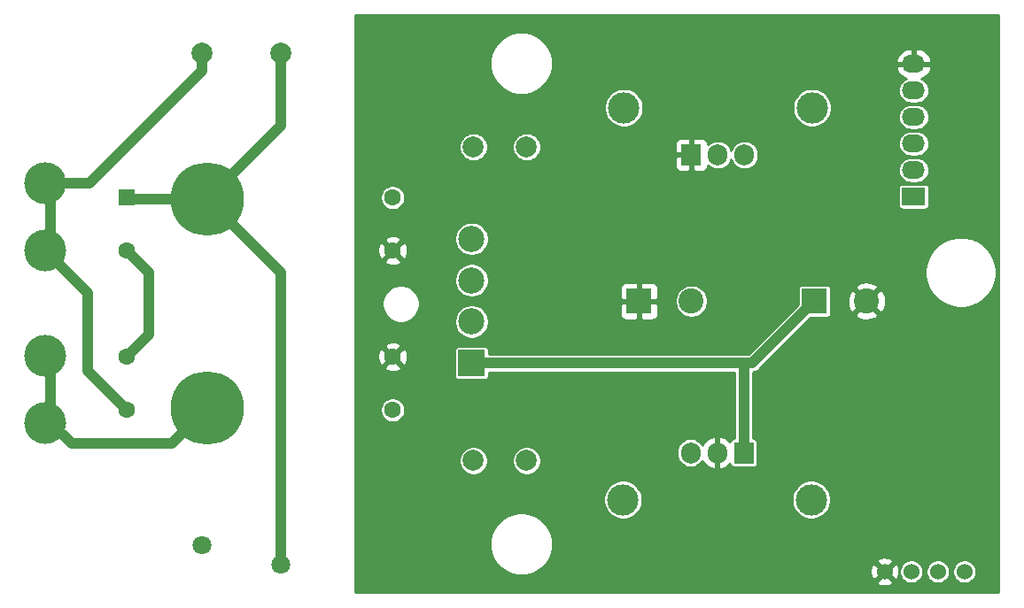
<source format=gbl>
G04 #@! TF.GenerationSoftware,KiCad,Pcbnew,(5.1.10)-1*
G04 #@! TF.CreationDate,2021-11-25T14:07:25+01:00*
G04 #@! TF.ProjectId,PSU,5053552e-6b69-4636-9164-5f7063625858,rev?*
G04 #@! TF.SameCoordinates,Original*
G04 #@! TF.FileFunction,Copper,L2,Bot*
G04 #@! TF.FilePolarity,Positive*
%FSLAX46Y46*%
G04 Gerber Fmt 4.6, Leading zero omitted, Abs format (unit mm)*
G04 Created by KiCad (PCBNEW (5.1.10)-1) date 2021-11-25 14:07:25*
%MOMM*%
%LPD*%
G01*
G04 APERTURE LIST*
G04 #@! TA.AperFunction,ComponentPad*
%ADD10C,2.400000*%
G04 #@! TD*
G04 #@! TA.AperFunction,ComponentPad*
%ADD11R,2.400000X2.400000*%
G04 #@! TD*
G04 #@! TA.AperFunction,ComponentPad*
%ADD12C,4.000000*%
G04 #@! TD*
G04 #@! TA.AperFunction,ComponentPad*
%ADD13C,1.600200*%
G04 #@! TD*
G04 #@! TA.AperFunction,ComponentPad*
%ADD14R,1.600200X1.600200*%
G04 #@! TD*
G04 #@! TA.AperFunction,ComponentPad*
%ADD15C,1.524000*%
G04 #@! TD*
G04 #@! TA.AperFunction,ComponentPad*
%ADD16C,3.000000*%
G04 #@! TD*
G04 #@! TA.AperFunction,ComponentPad*
%ADD17O,1.905000X2.000000*%
G04 #@! TD*
G04 #@! TA.AperFunction,ComponentPad*
%ADD18R,1.905000X2.000000*%
G04 #@! TD*
G04 #@! TA.AperFunction,ComponentPad*
%ADD19C,1.800000*%
G04 #@! TD*
G04 #@! TA.AperFunction,ComponentPad*
%ADD20O,2.200000X1.700000*%
G04 #@! TD*
G04 #@! TA.AperFunction,ComponentPad*
%ADD21R,2.200000X1.700000*%
G04 #@! TD*
G04 #@! TA.AperFunction,SMDPad,CuDef*
%ADD22C,7.000000*%
G04 #@! TD*
G04 #@! TA.AperFunction,ComponentPad*
%ADD23C,2.000000*%
G04 #@! TD*
G04 #@! TA.AperFunction,ComponentPad*
%ADD24C,2.500000*%
G04 #@! TD*
G04 #@! TA.AperFunction,ComponentPad*
%ADD25R,2.500000X2.500000*%
G04 #@! TD*
G04 #@! TA.AperFunction,ViaPad*
%ADD26C,0.800000*%
G04 #@! TD*
G04 #@! TA.AperFunction,Conductor*
%ADD27C,1.000000*%
G04 #@! TD*
G04 #@! TA.AperFunction,Conductor*
%ADD28C,0.500000*%
G04 #@! TD*
G04 #@! TA.AperFunction,Conductor*
%ADD29C,0.254000*%
G04 #@! TD*
G04 #@! TA.AperFunction,Conductor*
%ADD30C,0.100000*%
G04 #@! TD*
G04 APERTURE END LIST*
D10*
X187250000Y-117750000D03*
D11*
X182250000Y-117750000D03*
D10*
X204000000Y-117750000D03*
D11*
X199000000Y-117750000D03*
D12*
X125500000Y-129380000D03*
X125500000Y-123000000D03*
X125500000Y-112880000D03*
X125500000Y-106500000D03*
D13*
X158700000Y-128160000D03*
X158700000Y-123080000D03*
X158700000Y-112920000D03*
X158700000Y-107840000D03*
X133300000Y-128160000D03*
X133300000Y-123080000D03*
X133300000Y-112920000D03*
D14*
X133300000Y-107840000D03*
D15*
X213355600Y-143628600D03*
X210815600Y-143628600D03*
X208275600Y-143628600D03*
X205735600Y-143628600D03*
D16*
X198790000Y-99250000D03*
X180790000Y-99250000D03*
D17*
X192330000Y-103750000D03*
X189790000Y-103750000D03*
D18*
X187250000Y-103750000D03*
D16*
X180710000Y-136750000D03*
X198710000Y-136750000D03*
D17*
X187170000Y-132250000D03*
X189710000Y-132250000D03*
D18*
X192250000Y-132250000D03*
D19*
X140500000Y-141100000D03*
X148000000Y-143000000D03*
D20*
X208500000Y-95050000D03*
X208500000Y-97590000D03*
X208500000Y-100130000D03*
X208500000Y-102670000D03*
X208500000Y-105210000D03*
D21*
X208500000Y-107750000D03*
D22*
X141000000Y-108000000D03*
X141000000Y-128000000D03*
D23*
X171500000Y-103000000D03*
X166420000Y-103000000D03*
X166420000Y-133000000D03*
X171500000Y-133000000D03*
D24*
X166250000Y-111790000D03*
X166250000Y-115750000D03*
X166250000Y-119710000D03*
D25*
X166250000Y-123670000D03*
D23*
X148005000Y-94000000D03*
X140505000Y-94000000D03*
D26*
X205650000Y-129500000D03*
X205650000Y-132300000D03*
X205650000Y-130900000D03*
X205650000Y-133700000D03*
X204400000Y-129500000D03*
X204400000Y-130900000D03*
X204400000Y-133700000D03*
X204400000Y-132300000D03*
X207500000Y-134750000D03*
X214650000Y-129500000D03*
X214650000Y-130900000D03*
X214650000Y-133700000D03*
X214650000Y-132300000D03*
X213400000Y-130900000D03*
X213400000Y-129500000D03*
X211600000Y-134750000D03*
X213400000Y-132300000D03*
X213400000Y-133700000D03*
X208866666Y-134750000D03*
X210233332Y-134750000D03*
X214000000Y-111000000D03*
X158000000Y-143000000D03*
X158000000Y-93000000D03*
X215000000Y-93000000D03*
X205400000Y-100100000D03*
X204200000Y-94100000D03*
X200250000Y-123750000D03*
X194250000Y-111500000D03*
X211250000Y-120250000D03*
X207250000Y-111500000D03*
X205500000Y-103500000D03*
X209500000Y-127250000D03*
X215200000Y-118600000D03*
X211600000Y-140400000D03*
X205200000Y-140400000D03*
X175400000Y-143000000D03*
X175400000Y-93000000D03*
D27*
X126000000Y-112880000D02*
X126000000Y-106500000D01*
X140505000Y-95696254D02*
X140505000Y-94000000D01*
X129701254Y-106500000D02*
X140505000Y-95696254D01*
X126000000Y-106500000D02*
X129701254Y-106500000D01*
X129590199Y-116970199D02*
X125500000Y-112880000D01*
X129590199Y-124450199D02*
X129590199Y-116970199D01*
X133300000Y-128160000D02*
X129590199Y-124450199D01*
D28*
X141000000Y-128000000D02*
X141500000Y-128000000D01*
D27*
X137620001Y-131379999D02*
X141000000Y-128000000D01*
X127999999Y-131379999D02*
X137620001Y-131379999D01*
X126000000Y-129380000D02*
X127999999Y-131379999D01*
X126000000Y-129380000D02*
X126000000Y-123000000D01*
X148005000Y-100995000D02*
X141000000Y-108000000D01*
X148005000Y-94000000D02*
X148005000Y-100995000D01*
X148000000Y-115000000D02*
X148000000Y-143000000D01*
X141000000Y-108000000D02*
X148000000Y-115000000D01*
X133460000Y-108000000D02*
X133300000Y-107840000D01*
X141000000Y-108000000D02*
X133460000Y-108000000D01*
X193080000Y-123670000D02*
X199000000Y-117750000D01*
X192250000Y-123750000D02*
X192170000Y-123670000D01*
X192250000Y-132250000D02*
X192250000Y-123750000D01*
X192170000Y-123670000D02*
X193080000Y-123670000D01*
X166250000Y-123670000D02*
X192170000Y-123670000D01*
X135435001Y-120944999D02*
X133300000Y-123080000D01*
X135435001Y-115055001D02*
X135435001Y-120944999D01*
X133300000Y-112920000D02*
X135435001Y-115055001D01*
D29*
X216594001Y-145594000D02*
X155127000Y-145594000D01*
X155127000Y-144594165D01*
X204949640Y-144594165D01*
X205016620Y-144834256D01*
X205265648Y-144951356D01*
X205532735Y-145017623D01*
X205807617Y-145030510D01*
X206079733Y-144989522D01*
X206338623Y-144896236D01*
X206454580Y-144834256D01*
X206521560Y-144594165D01*
X205735600Y-143808205D01*
X204949640Y-144594165D01*
X155127000Y-144594165D01*
X155127000Y-140703400D01*
X167988571Y-140703400D01*
X167988571Y-141296600D01*
X168104299Y-141878401D01*
X168331306Y-142426447D01*
X168660870Y-142919674D01*
X169080326Y-143339130D01*
X169573553Y-143668694D01*
X170121599Y-143895701D01*
X170703400Y-144011429D01*
X171296600Y-144011429D01*
X171878401Y-143895701D01*
X172349377Y-143700617D01*
X204333690Y-143700617D01*
X204374678Y-143972733D01*
X204467964Y-144231623D01*
X204529944Y-144347580D01*
X204770035Y-144414560D01*
X205555995Y-143628600D01*
X205915205Y-143628600D01*
X206701165Y-144414560D01*
X206941256Y-144347580D01*
X207058356Y-144098552D01*
X207124623Y-143831465D01*
X207132600Y-143661314D01*
X207132600Y-143741176D01*
X207176525Y-143962001D01*
X207262687Y-144170013D01*
X207387774Y-144357220D01*
X207546980Y-144516426D01*
X207734187Y-144641513D01*
X207942199Y-144727675D01*
X208163024Y-144771600D01*
X208388176Y-144771600D01*
X208609001Y-144727675D01*
X208817013Y-144641513D01*
X209004220Y-144516426D01*
X209163426Y-144357220D01*
X209288513Y-144170013D01*
X209374675Y-143962001D01*
X209418600Y-143741176D01*
X209418600Y-143516024D01*
X209672600Y-143516024D01*
X209672600Y-143741176D01*
X209716525Y-143962001D01*
X209802687Y-144170013D01*
X209927774Y-144357220D01*
X210086980Y-144516426D01*
X210274187Y-144641513D01*
X210482199Y-144727675D01*
X210703024Y-144771600D01*
X210928176Y-144771600D01*
X211149001Y-144727675D01*
X211357013Y-144641513D01*
X211544220Y-144516426D01*
X211703426Y-144357220D01*
X211828513Y-144170013D01*
X211914675Y-143962001D01*
X211958600Y-143741176D01*
X211958600Y-143516024D01*
X212212600Y-143516024D01*
X212212600Y-143741176D01*
X212256525Y-143962001D01*
X212342687Y-144170013D01*
X212467774Y-144357220D01*
X212626980Y-144516426D01*
X212814187Y-144641513D01*
X213022199Y-144727675D01*
X213243024Y-144771600D01*
X213468176Y-144771600D01*
X213689001Y-144727675D01*
X213897013Y-144641513D01*
X214084220Y-144516426D01*
X214243426Y-144357220D01*
X214368513Y-144170013D01*
X214454675Y-143962001D01*
X214498600Y-143741176D01*
X214498600Y-143516024D01*
X214454675Y-143295199D01*
X214368513Y-143087187D01*
X214243426Y-142899980D01*
X214084220Y-142740774D01*
X213897013Y-142615687D01*
X213689001Y-142529525D01*
X213468176Y-142485600D01*
X213243024Y-142485600D01*
X213022199Y-142529525D01*
X212814187Y-142615687D01*
X212626980Y-142740774D01*
X212467774Y-142899980D01*
X212342687Y-143087187D01*
X212256525Y-143295199D01*
X212212600Y-143516024D01*
X211958600Y-143516024D01*
X211914675Y-143295199D01*
X211828513Y-143087187D01*
X211703426Y-142899980D01*
X211544220Y-142740774D01*
X211357013Y-142615687D01*
X211149001Y-142529525D01*
X210928176Y-142485600D01*
X210703024Y-142485600D01*
X210482199Y-142529525D01*
X210274187Y-142615687D01*
X210086980Y-142740774D01*
X209927774Y-142899980D01*
X209802687Y-143087187D01*
X209716525Y-143295199D01*
X209672600Y-143516024D01*
X209418600Y-143516024D01*
X209374675Y-143295199D01*
X209288513Y-143087187D01*
X209163426Y-142899980D01*
X209004220Y-142740774D01*
X208817013Y-142615687D01*
X208609001Y-142529525D01*
X208388176Y-142485600D01*
X208163024Y-142485600D01*
X207942199Y-142529525D01*
X207734187Y-142615687D01*
X207546980Y-142740774D01*
X207387774Y-142899980D01*
X207262687Y-143087187D01*
X207176525Y-143295199D01*
X207132600Y-143516024D01*
X207132600Y-143523986D01*
X207096522Y-143284467D01*
X207003236Y-143025577D01*
X206941256Y-142909620D01*
X206701165Y-142842640D01*
X205915205Y-143628600D01*
X205555995Y-143628600D01*
X204770035Y-142842640D01*
X204529944Y-142909620D01*
X204412844Y-143158648D01*
X204346577Y-143425735D01*
X204333690Y-143700617D01*
X172349377Y-143700617D01*
X172426447Y-143668694D01*
X172919674Y-143339130D01*
X173339130Y-142919674D01*
X173510610Y-142663035D01*
X204949640Y-142663035D01*
X205735600Y-143448995D01*
X206521560Y-142663035D01*
X206454580Y-142422944D01*
X206205552Y-142305844D01*
X205938465Y-142239577D01*
X205663583Y-142226690D01*
X205391467Y-142267678D01*
X205132577Y-142360964D01*
X205016620Y-142422944D01*
X204949640Y-142663035D01*
X173510610Y-142663035D01*
X173668694Y-142426447D01*
X173895701Y-141878401D01*
X174011429Y-141296600D01*
X174011429Y-140703400D01*
X173895701Y-140121599D01*
X173668694Y-139573553D01*
X173339130Y-139080326D01*
X172919674Y-138660870D01*
X172426447Y-138331306D01*
X171878401Y-138104299D01*
X171296600Y-137988571D01*
X170703400Y-137988571D01*
X170121599Y-138104299D01*
X169573553Y-138331306D01*
X169080326Y-138660870D01*
X168660870Y-139080326D01*
X168331306Y-139573553D01*
X168104299Y-140121599D01*
X167988571Y-140703400D01*
X155127000Y-140703400D01*
X155127000Y-136564738D01*
X178829000Y-136564738D01*
X178829000Y-136935262D01*
X178901286Y-137298667D01*
X179043080Y-137640987D01*
X179248932Y-137949067D01*
X179510933Y-138211068D01*
X179819013Y-138416920D01*
X180161333Y-138558714D01*
X180524738Y-138631000D01*
X180895262Y-138631000D01*
X181258667Y-138558714D01*
X181600987Y-138416920D01*
X181909067Y-138211068D01*
X182171068Y-137949067D01*
X182376920Y-137640987D01*
X182518714Y-137298667D01*
X182591000Y-136935262D01*
X182591000Y-136564738D01*
X196829000Y-136564738D01*
X196829000Y-136935262D01*
X196901286Y-137298667D01*
X197043080Y-137640987D01*
X197248932Y-137949067D01*
X197510933Y-138211068D01*
X197819013Y-138416920D01*
X198161333Y-138558714D01*
X198524738Y-138631000D01*
X198895262Y-138631000D01*
X199258667Y-138558714D01*
X199600987Y-138416920D01*
X199909067Y-138211068D01*
X200171068Y-137949067D01*
X200376920Y-137640987D01*
X200518714Y-137298667D01*
X200591000Y-136935262D01*
X200591000Y-136564738D01*
X200518714Y-136201333D01*
X200376920Y-135859013D01*
X200171068Y-135550933D01*
X199909067Y-135288932D01*
X199600987Y-135083080D01*
X199258667Y-134941286D01*
X198895262Y-134869000D01*
X198524738Y-134869000D01*
X198161333Y-134941286D01*
X197819013Y-135083080D01*
X197510933Y-135288932D01*
X197248932Y-135550933D01*
X197043080Y-135859013D01*
X196901286Y-136201333D01*
X196829000Y-136564738D01*
X182591000Y-136564738D01*
X182518714Y-136201333D01*
X182376920Y-135859013D01*
X182171068Y-135550933D01*
X181909067Y-135288932D01*
X181600987Y-135083080D01*
X181258667Y-134941286D01*
X180895262Y-134869000D01*
X180524738Y-134869000D01*
X180161333Y-134941286D01*
X179819013Y-135083080D01*
X179510933Y-135288932D01*
X179248932Y-135550933D01*
X179043080Y-135859013D01*
X178901286Y-136201333D01*
X178829000Y-136564738D01*
X155127000Y-136564738D01*
X155127000Y-132863983D01*
X165039000Y-132863983D01*
X165039000Y-133136017D01*
X165092071Y-133402823D01*
X165196174Y-133654149D01*
X165347307Y-133880336D01*
X165539664Y-134072693D01*
X165765851Y-134223826D01*
X166017177Y-134327929D01*
X166283983Y-134381000D01*
X166556017Y-134381000D01*
X166822823Y-134327929D01*
X167074149Y-134223826D01*
X167300336Y-134072693D01*
X167492693Y-133880336D01*
X167643826Y-133654149D01*
X167747929Y-133402823D01*
X167801000Y-133136017D01*
X167801000Y-132863983D01*
X170119000Y-132863983D01*
X170119000Y-133136017D01*
X170172071Y-133402823D01*
X170276174Y-133654149D01*
X170427307Y-133880336D01*
X170619664Y-134072693D01*
X170845851Y-134223826D01*
X171097177Y-134327929D01*
X171363983Y-134381000D01*
X171636017Y-134381000D01*
X171902823Y-134327929D01*
X172154149Y-134223826D01*
X172380336Y-134072693D01*
X172572693Y-133880336D01*
X172723826Y-133654149D01*
X172827929Y-133402823D01*
X172881000Y-133136017D01*
X172881000Y-132863983D01*
X172827929Y-132597177D01*
X172723826Y-132345851D01*
X172584272Y-132136992D01*
X185836500Y-132136992D01*
X185836500Y-132363007D01*
X185855795Y-132558911D01*
X185932046Y-132810276D01*
X186055871Y-133041936D01*
X186222511Y-133244989D01*
X186425563Y-133411629D01*
X186657223Y-133535454D01*
X186908588Y-133611705D01*
X187170000Y-133637452D01*
X187431411Y-133611705D01*
X187682776Y-133535454D01*
X187914436Y-133411629D01*
X188117489Y-133244989D01*
X188284129Y-133041937D01*
X188300730Y-133010879D01*
X188400684Y-133193089D01*
X188600563Y-133431315D01*
X188843077Y-133625969D01*
X189118906Y-133769571D01*
X189337020Y-133840563D01*
X189583000Y-133720594D01*
X189583000Y-132377000D01*
X189563000Y-132377000D01*
X189563000Y-132123000D01*
X189583000Y-132123000D01*
X189583000Y-130779406D01*
X189337020Y-130659437D01*
X189118906Y-130730429D01*
X188843077Y-130874031D01*
X188600563Y-131068685D01*
X188400684Y-131306911D01*
X188300729Y-131489121D01*
X188284129Y-131458064D01*
X188117489Y-131255011D01*
X187914437Y-131088371D01*
X187682777Y-130964546D01*
X187431412Y-130888295D01*
X187170000Y-130862548D01*
X186908589Y-130888295D01*
X186657224Y-130964546D01*
X186425564Y-131088371D01*
X186222512Y-131255011D01*
X186055871Y-131458063D01*
X185932046Y-131689723D01*
X185855795Y-131941088D01*
X185836500Y-132136992D01*
X172584272Y-132136992D01*
X172572693Y-132119664D01*
X172380336Y-131927307D01*
X172154149Y-131776174D01*
X171902823Y-131672071D01*
X171636017Y-131619000D01*
X171363983Y-131619000D01*
X171097177Y-131672071D01*
X170845851Y-131776174D01*
X170619664Y-131927307D01*
X170427307Y-132119664D01*
X170276174Y-132345851D01*
X170172071Y-132597177D01*
X170119000Y-132863983D01*
X167801000Y-132863983D01*
X167747929Y-132597177D01*
X167643826Y-132345851D01*
X167492693Y-132119664D01*
X167300336Y-131927307D01*
X167074149Y-131776174D01*
X166822823Y-131672071D01*
X166556017Y-131619000D01*
X166283983Y-131619000D01*
X166017177Y-131672071D01*
X165765851Y-131776174D01*
X165539664Y-131927307D01*
X165347307Y-132119664D01*
X165196174Y-132345851D01*
X165092071Y-132597177D01*
X165039000Y-132863983D01*
X155127000Y-132863983D01*
X155127000Y-128043672D01*
X157518900Y-128043672D01*
X157518900Y-128276328D01*
X157564289Y-128504514D01*
X157653323Y-128719461D01*
X157782580Y-128912907D01*
X157947093Y-129077420D01*
X158140539Y-129206677D01*
X158355486Y-129295711D01*
X158583672Y-129341100D01*
X158816328Y-129341100D01*
X159044514Y-129295711D01*
X159259461Y-129206677D01*
X159452907Y-129077420D01*
X159617420Y-128912907D01*
X159746677Y-128719461D01*
X159835711Y-128504514D01*
X159881100Y-128276328D01*
X159881100Y-128043672D01*
X159835711Y-127815486D01*
X159746677Y-127600539D01*
X159617420Y-127407093D01*
X159452907Y-127242580D01*
X159259461Y-127113323D01*
X159044514Y-127024289D01*
X158816328Y-126978900D01*
X158583672Y-126978900D01*
X158355486Y-127024289D01*
X158140539Y-127113323D01*
X157947093Y-127242580D01*
X157782580Y-127407093D01*
X157653323Y-127600539D01*
X157564289Y-127815486D01*
X157518900Y-128043672D01*
X155127000Y-128043672D01*
X155127000Y-124072774D01*
X157886831Y-124072774D01*
X157958426Y-124316754D01*
X158213954Y-124437664D01*
X158488161Y-124506400D01*
X158770508Y-124520320D01*
X159050147Y-124478889D01*
X159316328Y-124383700D01*
X159441574Y-124316754D01*
X159513169Y-124072774D01*
X158700000Y-123259605D01*
X157886831Y-124072774D01*
X155127000Y-124072774D01*
X155127000Y-123150508D01*
X157259680Y-123150508D01*
X157301111Y-123430147D01*
X157396300Y-123696328D01*
X157463246Y-123821574D01*
X157707226Y-123893169D01*
X158520395Y-123080000D01*
X158879605Y-123080000D01*
X159692774Y-123893169D01*
X159936754Y-123821574D01*
X160057664Y-123566046D01*
X160126400Y-123291839D01*
X160140320Y-123009492D01*
X160098889Y-122729853D01*
X160003700Y-122463672D01*
X159980357Y-122420000D01*
X164617157Y-122420000D01*
X164617157Y-124920000D01*
X164624513Y-124994689D01*
X164646299Y-125066508D01*
X164681678Y-125132696D01*
X164729289Y-125190711D01*
X164787304Y-125238322D01*
X164853492Y-125273701D01*
X164925311Y-125295487D01*
X165000000Y-125302843D01*
X167500000Y-125302843D01*
X167574689Y-125295487D01*
X167646508Y-125273701D01*
X167712696Y-125238322D01*
X167770711Y-125190711D01*
X167818322Y-125132696D01*
X167853701Y-125066508D01*
X167875487Y-124994689D01*
X167882843Y-124920000D01*
X167882843Y-124551000D01*
X191369001Y-124551000D01*
X191369000Y-130867157D01*
X191297500Y-130867157D01*
X191222811Y-130874513D01*
X191150992Y-130896299D01*
X191084804Y-130931678D01*
X191026789Y-130979289D01*
X190979178Y-131037304D01*
X190943799Y-131103492D01*
X190922013Y-131175311D01*
X190920635Y-131189298D01*
X190819437Y-131068685D01*
X190576923Y-130874031D01*
X190301094Y-130730429D01*
X190082980Y-130659437D01*
X189837000Y-130779406D01*
X189837000Y-132123000D01*
X189857000Y-132123000D01*
X189857000Y-132377000D01*
X189837000Y-132377000D01*
X189837000Y-133720594D01*
X190082980Y-133840563D01*
X190301094Y-133769571D01*
X190576923Y-133625969D01*
X190819437Y-133431315D01*
X190920635Y-133310702D01*
X190922013Y-133324689D01*
X190943799Y-133396508D01*
X190979178Y-133462696D01*
X191026789Y-133520711D01*
X191084804Y-133568322D01*
X191150992Y-133603701D01*
X191222811Y-133625487D01*
X191297500Y-133632843D01*
X193202500Y-133632843D01*
X193277189Y-133625487D01*
X193349008Y-133603701D01*
X193415196Y-133568322D01*
X193473211Y-133520711D01*
X193520822Y-133462696D01*
X193556201Y-133396508D01*
X193577987Y-133324689D01*
X193585343Y-133250000D01*
X193585343Y-131250000D01*
X193577987Y-131175311D01*
X193556201Y-131103492D01*
X193520822Y-131037304D01*
X193473211Y-130979289D01*
X193415196Y-130931678D01*
X193349008Y-130896299D01*
X193277189Y-130874513D01*
X193202500Y-130867157D01*
X193131000Y-130867157D01*
X193131000Y-124550239D01*
X193252706Y-124538252D01*
X193418775Y-124487875D01*
X193571825Y-124406068D01*
X193705975Y-124295975D01*
X193733566Y-124262355D01*
X198663079Y-119332843D01*
X200200000Y-119332843D01*
X200274689Y-119325487D01*
X200346508Y-119303701D01*
X200412696Y-119268322D01*
X200470711Y-119220711D01*
X200518322Y-119162696D01*
X200553701Y-119096508D01*
X200574488Y-119027980D01*
X202901626Y-119027980D01*
X203021514Y-119312836D01*
X203345210Y-119473699D01*
X203694069Y-119568322D01*
X204054684Y-119593067D01*
X204413198Y-119546985D01*
X204755833Y-119431846D01*
X204978486Y-119312836D01*
X205098374Y-119027980D01*
X204000000Y-117929605D01*
X202901626Y-119027980D01*
X200574488Y-119027980D01*
X200575487Y-119024689D01*
X200582843Y-118950000D01*
X200582843Y-117804684D01*
X202156933Y-117804684D01*
X202203015Y-118163198D01*
X202318154Y-118505833D01*
X202437164Y-118728486D01*
X202722020Y-118848374D01*
X203820395Y-117750000D01*
X204179605Y-117750000D01*
X205277980Y-118848374D01*
X205562836Y-118728486D01*
X205723699Y-118404790D01*
X205818322Y-118055931D01*
X205843067Y-117695316D01*
X205796985Y-117336802D01*
X205681846Y-116994167D01*
X205562836Y-116771514D01*
X205277980Y-116651626D01*
X204179605Y-117750000D01*
X203820395Y-117750000D01*
X202722020Y-116651626D01*
X202437164Y-116771514D01*
X202276301Y-117095210D01*
X202181678Y-117444069D01*
X202156933Y-117804684D01*
X200582843Y-117804684D01*
X200582843Y-116550000D01*
X200575487Y-116475311D01*
X200574489Y-116472020D01*
X202901626Y-116472020D01*
X204000000Y-117570395D01*
X205098374Y-116472020D01*
X204978486Y-116187164D01*
X204654790Y-116026301D01*
X204305931Y-115931678D01*
X203945316Y-115906933D01*
X203586802Y-115953015D01*
X203244167Y-116068154D01*
X203021514Y-116187164D01*
X202901626Y-116472020D01*
X200574489Y-116472020D01*
X200553701Y-116403492D01*
X200518322Y-116337304D01*
X200470711Y-116279289D01*
X200412696Y-116231678D01*
X200346508Y-116196299D01*
X200274689Y-116174513D01*
X200200000Y-116167157D01*
X197800000Y-116167157D01*
X197725311Y-116174513D01*
X197653492Y-116196299D01*
X197587304Y-116231678D01*
X197529289Y-116279289D01*
X197481678Y-116337304D01*
X197446299Y-116403492D01*
X197424513Y-116475311D01*
X197417157Y-116550000D01*
X197417157Y-118086921D01*
X192715079Y-122789000D01*
X192213270Y-122789000D01*
X192170000Y-122784738D01*
X192126730Y-122789000D01*
X167882843Y-122789000D01*
X167882843Y-122420000D01*
X167875487Y-122345311D01*
X167853701Y-122273492D01*
X167818322Y-122207304D01*
X167770711Y-122149289D01*
X167712696Y-122101678D01*
X167646508Y-122066299D01*
X167574689Y-122044513D01*
X167500000Y-122037157D01*
X165000000Y-122037157D01*
X164925311Y-122044513D01*
X164853492Y-122066299D01*
X164787304Y-122101678D01*
X164729289Y-122149289D01*
X164681678Y-122207304D01*
X164646299Y-122273492D01*
X164624513Y-122345311D01*
X164617157Y-122420000D01*
X159980357Y-122420000D01*
X159936754Y-122338426D01*
X159692774Y-122266831D01*
X158879605Y-123080000D01*
X158520395Y-123080000D01*
X157707226Y-122266831D01*
X157463246Y-122338426D01*
X157342336Y-122593954D01*
X157273600Y-122868161D01*
X157259680Y-123150508D01*
X155127000Y-123150508D01*
X155127000Y-122087226D01*
X157886831Y-122087226D01*
X158700000Y-122900395D01*
X159513169Y-122087226D01*
X159441574Y-121843246D01*
X159186046Y-121722336D01*
X158911839Y-121653600D01*
X158629492Y-121639680D01*
X158349853Y-121681111D01*
X158083672Y-121776300D01*
X157958426Y-121843246D01*
X157886831Y-122087226D01*
X155127000Y-122087226D01*
X155127000Y-117822381D01*
X157684000Y-117822381D01*
X157684000Y-118177619D01*
X157753304Y-118526032D01*
X157889248Y-118854230D01*
X158086608Y-119149601D01*
X158337799Y-119400792D01*
X158633170Y-119598152D01*
X158961368Y-119734096D01*
X159309781Y-119803400D01*
X159665019Y-119803400D01*
X160013432Y-119734096D01*
X160341630Y-119598152D01*
X160414652Y-119549360D01*
X164619000Y-119549360D01*
X164619000Y-119870640D01*
X164681678Y-120185745D01*
X164804626Y-120482568D01*
X164983119Y-120749702D01*
X165210298Y-120976881D01*
X165477432Y-121155374D01*
X165774255Y-121278322D01*
X166089360Y-121341000D01*
X166410640Y-121341000D01*
X166725745Y-121278322D01*
X167022568Y-121155374D01*
X167289702Y-120976881D01*
X167516881Y-120749702D01*
X167695374Y-120482568D01*
X167818322Y-120185745D01*
X167881000Y-119870640D01*
X167881000Y-119549360D01*
X167818322Y-119234255D01*
X167700580Y-118950000D01*
X180411928Y-118950000D01*
X180424188Y-119074482D01*
X180460498Y-119194180D01*
X180519463Y-119304494D01*
X180598815Y-119401185D01*
X180695506Y-119480537D01*
X180805820Y-119539502D01*
X180925518Y-119575812D01*
X181050000Y-119588072D01*
X181964250Y-119585000D01*
X182123000Y-119426250D01*
X182123000Y-117877000D01*
X182377000Y-117877000D01*
X182377000Y-119426250D01*
X182535750Y-119585000D01*
X183450000Y-119588072D01*
X183574482Y-119575812D01*
X183694180Y-119539502D01*
X183804494Y-119480537D01*
X183901185Y-119401185D01*
X183980537Y-119304494D01*
X184039502Y-119194180D01*
X184075812Y-119074482D01*
X184088072Y-118950000D01*
X184085000Y-118035750D01*
X183926250Y-117877000D01*
X182377000Y-117877000D01*
X182123000Y-117877000D01*
X180573750Y-117877000D01*
X180415000Y-118035750D01*
X180411928Y-118950000D01*
X167700580Y-118950000D01*
X167695374Y-118937432D01*
X167516881Y-118670298D01*
X167289702Y-118443119D01*
X167022568Y-118264626D01*
X166725745Y-118141678D01*
X166410640Y-118079000D01*
X166089360Y-118079000D01*
X165774255Y-118141678D01*
X165477432Y-118264626D01*
X165210298Y-118443119D01*
X164983119Y-118670298D01*
X164804626Y-118937432D01*
X164681678Y-119234255D01*
X164619000Y-119549360D01*
X160414652Y-119549360D01*
X160637001Y-119400792D01*
X160888192Y-119149601D01*
X161085552Y-118854230D01*
X161221496Y-118526032D01*
X161290800Y-118177619D01*
X161290800Y-117822381D01*
X161221496Y-117473968D01*
X161085552Y-117145770D01*
X160888192Y-116850399D01*
X160637001Y-116599208D01*
X160341630Y-116401848D01*
X160013432Y-116265904D01*
X159665019Y-116196600D01*
X159309781Y-116196600D01*
X158961368Y-116265904D01*
X158633170Y-116401848D01*
X158337799Y-116599208D01*
X158086608Y-116850399D01*
X157889248Y-117145770D01*
X157753304Y-117473968D01*
X157684000Y-117822381D01*
X155127000Y-117822381D01*
X155127000Y-115589360D01*
X164619000Y-115589360D01*
X164619000Y-115910640D01*
X164681678Y-116225745D01*
X164804626Y-116522568D01*
X164983119Y-116789702D01*
X165210298Y-117016881D01*
X165477432Y-117195374D01*
X165774255Y-117318322D01*
X166089360Y-117381000D01*
X166410640Y-117381000D01*
X166725745Y-117318322D01*
X167022568Y-117195374D01*
X167289702Y-117016881D01*
X167516881Y-116789702D01*
X167677044Y-116550000D01*
X180411928Y-116550000D01*
X180415000Y-117464250D01*
X180573750Y-117623000D01*
X182123000Y-117623000D01*
X182123000Y-116073750D01*
X182377000Y-116073750D01*
X182377000Y-117623000D01*
X183926250Y-117623000D01*
X183954965Y-117594285D01*
X185669000Y-117594285D01*
X185669000Y-117905715D01*
X185729757Y-118211161D01*
X185848936Y-118498884D01*
X186021957Y-118757829D01*
X186242171Y-118978043D01*
X186501116Y-119151064D01*
X186788839Y-119270243D01*
X187094285Y-119331000D01*
X187405715Y-119331000D01*
X187711161Y-119270243D01*
X187998884Y-119151064D01*
X188257829Y-118978043D01*
X188478043Y-118757829D01*
X188651064Y-118498884D01*
X188770243Y-118211161D01*
X188831000Y-117905715D01*
X188831000Y-117594285D01*
X188770243Y-117288839D01*
X188651064Y-117001116D01*
X188478043Y-116742171D01*
X188257829Y-116521957D01*
X187998884Y-116348936D01*
X187711161Y-116229757D01*
X187405715Y-116169000D01*
X187094285Y-116169000D01*
X186788839Y-116229757D01*
X186501116Y-116348936D01*
X186242171Y-116521957D01*
X186021957Y-116742171D01*
X185848936Y-117001116D01*
X185729757Y-117288839D01*
X185669000Y-117594285D01*
X183954965Y-117594285D01*
X184085000Y-117464250D01*
X184088072Y-116550000D01*
X184075812Y-116425518D01*
X184039502Y-116305820D01*
X183980537Y-116195506D01*
X183901185Y-116098815D01*
X183804494Y-116019463D01*
X183694180Y-115960498D01*
X183574482Y-115924188D01*
X183450000Y-115911928D01*
X182535750Y-115915000D01*
X182377000Y-116073750D01*
X182123000Y-116073750D01*
X181964250Y-115915000D01*
X181050000Y-115911928D01*
X180925518Y-115924188D01*
X180805820Y-115960498D01*
X180695506Y-116019463D01*
X180598815Y-116098815D01*
X180519463Y-116195506D01*
X180460498Y-116305820D01*
X180424188Y-116425518D01*
X180411928Y-116550000D01*
X167677044Y-116550000D01*
X167695374Y-116522568D01*
X167818322Y-116225745D01*
X167881000Y-115910640D01*
X167881000Y-115589360D01*
X167818322Y-115274255D01*
X167695374Y-114977432D01*
X167516881Y-114710298D01*
X167470776Y-114664193D01*
X209590497Y-114664193D01*
X209590497Y-115335807D01*
X209721522Y-115994515D01*
X209978538Y-116615005D01*
X210351666Y-117173431D01*
X210826569Y-117648334D01*
X211384995Y-118021462D01*
X212005485Y-118278478D01*
X212664193Y-118409503D01*
X213335807Y-118409503D01*
X213994515Y-118278478D01*
X214615005Y-118021462D01*
X215173431Y-117648334D01*
X215648334Y-117173431D01*
X216021462Y-116615005D01*
X216278478Y-115994515D01*
X216409503Y-115335807D01*
X216409503Y-114664193D01*
X216278478Y-114005485D01*
X216021462Y-113384995D01*
X215648334Y-112826569D01*
X215173431Y-112351666D01*
X214615005Y-111978538D01*
X213994515Y-111721522D01*
X213335807Y-111590497D01*
X212664193Y-111590497D01*
X212005485Y-111721522D01*
X211384995Y-111978538D01*
X210826569Y-112351666D01*
X210351666Y-112826569D01*
X209978538Y-113384995D01*
X209721522Y-114005485D01*
X209590497Y-114664193D01*
X167470776Y-114664193D01*
X167289702Y-114483119D01*
X167022568Y-114304626D01*
X166725745Y-114181678D01*
X166410640Y-114119000D01*
X166089360Y-114119000D01*
X165774255Y-114181678D01*
X165477432Y-114304626D01*
X165210298Y-114483119D01*
X164983119Y-114710298D01*
X164804626Y-114977432D01*
X164681678Y-115274255D01*
X164619000Y-115589360D01*
X155127000Y-115589360D01*
X155127000Y-113912774D01*
X157886831Y-113912774D01*
X157958426Y-114156754D01*
X158213954Y-114277664D01*
X158488161Y-114346400D01*
X158770508Y-114360320D01*
X159050147Y-114318889D01*
X159316328Y-114223700D01*
X159441574Y-114156754D01*
X159513169Y-113912774D01*
X158700000Y-113099605D01*
X157886831Y-113912774D01*
X155127000Y-113912774D01*
X155127000Y-112990508D01*
X157259680Y-112990508D01*
X157301111Y-113270147D01*
X157396300Y-113536328D01*
X157463246Y-113661574D01*
X157707226Y-113733169D01*
X158520395Y-112920000D01*
X158879605Y-112920000D01*
X159692774Y-113733169D01*
X159936754Y-113661574D01*
X160057664Y-113406046D01*
X160126400Y-113131839D01*
X160140320Y-112849492D01*
X160098889Y-112569853D01*
X160003700Y-112303672D01*
X159936754Y-112178426D01*
X159692774Y-112106831D01*
X158879605Y-112920000D01*
X158520395Y-112920000D01*
X157707226Y-112106831D01*
X157463246Y-112178426D01*
X157342336Y-112433954D01*
X157273600Y-112708161D01*
X157259680Y-112990508D01*
X155127000Y-112990508D01*
X155127000Y-111927226D01*
X157886831Y-111927226D01*
X158700000Y-112740395D01*
X159513169Y-111927226D01*
X159441574Y-111683246D01*
X159327693Y-111629360D01*
X164619000Y-111629360D01*
X164619000Y-111950640D01*
X164681678Y-112265745D01*
X164804626Y-112562568D01*
X164983119Y-112829702D01*
X165210298Y-113056881D01*
X165477432Y-113235374D01*
X165774255Y-113358322D01*
X166089360Y-113421000D01*
X166410640Y-113421000D01*
X166725745Y-113358322D01*
X167022568Y-113235374D01*
X167289702Y-113056881D01*
X167516881Y-112829702D01*
X167695374Y-112562568D01*
X167818322Y-112265745D01*
X167881000Y-111950640D01*
X167881000Y-111629360D01*
X167818322Y-111314255D01*
X167695374Y-111017432D01*
X167516881Y-110750298D01*
X167289702Y-110523119D01*
X167022568Y-110344626D01*
X166725745Y-110221678D01*
X166410640Y-110159000D01*
X166089360Y-110159000D01*
X165774255Y-110221678D01*
X165477432Y-110344626D01*
X165210298Y-110523119D01*
X164983119Y-110750298D01*
X164804626Y-111017432D01*
X164681678Y-111314255D01*
X164619000Y-111629360D01*
X159327693Y-111629360D01*
X159186046Y-111562336D01*
X158911839Y-111493600D01*
X158629492Y-111479680D01*
X158349853Y-111521111D01*
X158083672Y-111616300D01*
X157958426Y-111683246D01*
X157886831Y-111927226D01*
X155127000Y-111927226D01*
X155127000Y-107723672D01*
X157518900Y-107723672D01*
X157518900Y-107956328D01*
X157564289Y-108184514D01*
X157653323Y-108399461D01*
X157782580Y-108592907D01*
X157947093Y-108757420D01*
X158140539Y-108886677D01*
X158355486Y-108975711D01*
X158583672Y-109021100D01*
X158816328Y-109021100D01*
X159044514Y-108975711D01*
X159259461Y-108886677D01*
X159452907Y-108757420D01*
X159617420Y-108592907D01*
X159746677Y-108399461D01*
X159835711Y-108184514D01*
X159881100Y-107956328D01*
X159881100Y-107723672D01*
X159835711Y-107495486D01*
X159746677Y-107280539D01*
X159617420Y-107087093D01*
X159452907Y-106922580D01*
X159419114Y-106900000D01*
X207017157Y-106900000D01*
X207017157Y-108600000D01*
X207024513Y-108674689D01*
X207046299Y-108746508D01*
X207081678Y-108812696D01*
X207129289Y-108870711D01*
X207187304Y-108918322D01*
X207253492Y-108953701D01*
X207325311Y-108975487D01*
X207400000Y-108982843D01*
X209600000Y-108982843D01*
X209674689Y-108975487D01*
X209746508Y-108953701D01*
X209812696Y-108918322D01*
X209870711Y-108870711D01*
X209918322Y-108812696D01*
X209953701Y-108746508D01*
X209975487Y-108674689D01*
X209982843Y-108600000D01*
X209982843Y-106900000D01*
X209975487Y-106825311D01*
X209953701Y-106753492D01*
X209918322Y-106687304D01*
X209870711Y-106629289D01*
X209812696Y-106581678D01*
X209746508Y-106546299D01*
X209674689Y-106524513D01*
X209600000Y-106517157D01*
X207400000Y-106517157D01*
X207325311Y-106524513D01*
X207253492Y-106546299D01*
X207187304Y-106581678D01*
X207129289Y-106629289D01*
X207081678Y-106687304D01*
X207046299Y-106753492D01*
X207024513Y-106825311D01*
X207017157Y-106900000D01*
X159419114Y-106900000D01*
X159259461Y-106793323D01*
X159044514Y-106704289D01*
X158816328Y-106658900D01*
X158583672Y-106658900D01*
X158355486Y-106704289D01*
X158140539Y-106793323D01*
X157947093Y-106922580D01*
X157782580Y-107087093D01*
X157653323Y-107280539D01*
X157564289Y-107495486D01*
X157518900Y-107723672D01*
X155127000Y-107723672D01*
X155127000Y-104750000D01*
X185659428Y-104750000D01*
X185671688Y-104874482D01*
X185707998Y-104994180D01*
X185766963Y-105104494D01*
X185846315Y-105201185D01*
X185943006Y-105280537D01*
X186053320Y-105339502D01*
X186173018Y-105375812D01*
X186297500Y-105388072D01*
X186964250Y-105385000D01*
X187123000Y-105226250D01*
X187123000Y-103877000D01*
X185821250Y-103877000D01*
X185662500Y-104035750D01*
X185659428Y-104750000D01*
X155127000Y-104750000D01*
X155127000Y-102863983D01*
X165039000Y-102863983D01*
X165039000Y-103136017D01*
X165092071Y-103402823D01*
X165196174Y-103654149D01*
X165347307Y-103880336D01*
X165539664Y-104072693D01*
X165765851Y-104223826D01*
X166017177Y-104327929D01*
X166283983Y-104381000D01*
X166556017Y-104381000D01*
X166822823Y-104327929D01*
X167074149Y-104223826D01*
X167300336Y-104072693D01*
X167492693Y-103880336D01*
X167643826Y-103654149D01*
X167747929Y-103402823D01*
X167801000Y-103136017D01*
X167801000Y-102863983D01*
X170119000Y-102863983D01*
X170119000Y-103136017D01*
X170172071Y-103402823D01*
X170276174Y-103654149D01*
X170427307Y-103880336D01*
X170619664Y-104072693D01*
X170845851Y-104223826D01*
X171097177Y-104327929D01*
X171363983Y-104381000D01*
X171636017Y-104381000D01*
X171902823Y-104327929D01*
X172154149Y-104223826D01*
X172380336Y-104072693D01*
X172572693Y-103880336D01*
X172723826Y-103654149D01*
X172827929Y-103402823D01*
X172881000Y-103136017D01*
X172881000Y-102863983D01*
X172858328Y-102750000D01*
X185659428Y-102750000D01*
X185662500Y-103464250D01*
X185821250Y-103623000D01*
X187123000Y-103623000D01*
X187123000Y-102273750D01*
X187377000Y-102273750D01*
X187377000Y-103623000D01*
X187397000Y-103623000D01*
X187397000Y-103877000D01*
X187377000Y-103877000D01*
X187377000Y-105226250D01*
X187535750Y-105385000D01*
X188202500Y-105388072D01*
X188326982Y-105375812D01*
X188446680Y-105339502D01*
X188556994Y-105280537D01*
X188642943Y-105210000D01*
X207013044Y-105210000D01*
X207036812Y-105451318D01*
X207107202Y-105683363D01*
X207221509Y-105897216D01*
X207375340Y-106084660D01*
X207562784Y-106238491D01*
X207776637Y-106352798D01*
X208008682Y-106423188D01*
X208189528Y-106441000D01*
X208810472Y-106441000D01*
X208991318Y-106423188D01*
X209223363Y-106352798D01*
X209437216Y-106238491D01*
X209624660Y-106084660D01*
X209778491Y-105897216D01*
X209892798Y-105683363D01*
X209963188Y-105451318D01*
X209986956Y-105210000D01*
X209963188Y-104968682D01*
X209892798Y-104736637D01*
X209778491Y-104522784D01*
X209624660Y-104335340D01*
X209437216Y-104181509D01*
X209223363Y-104067202D01*
X208991318Y-103996812D01*
X208810472Y-103979000D01*
X208189528Y-103979000D01*
X208008682Y-103996812D01*
X207776637Y-104067202D01*
X207562784Y-104181509D01*
X207375340Y-104335340D01*
X207221509Y-104522784D01*
X207107202Y-104736637D01*
X207036812Y-104968682D01*
X207013044Y-105210000D01*
X188642943Y-105210000D01*
X188653685Y-105201185D01*
X188733037Y-105104494D01*
X188792002Y-104994180D01*
X188828312Y-104874482D01*
X188840572Y-104750000D01*
X188840540Y-104742586D01*
X188842512Y-104744989D01*
X189045564Y-104911629D01*
X189277224Y-105035454D01*
X189528589Y-105111705D01*
X189790000Y-105137452D01*
X190051412Y-105111705D01*
X190302777Y-105035454D01*
X190534437Y-104911629D01*
X190737489Y-104744989D01*
X190904129Y-104541936D01*
X191027954Y-104310276D01*
X191060000Y-104204635D01*
X191092046Y-104310277D01*
X191215871Y-104541937D01*
X191382512Y-104744989D01*
X191585564Y-104911629D01*
X191817224Y-105035454D01*
X192068589Y-105111705D01*
X192330000Y-105137452D01*
X192591412Y-105111705D01*
X192842777Y-105035454D01*
X193074437Y-104911629D01*
X193277489Y-104744989D01*
X193444129Y-104541936D01*
X193567954Y-104310276D01*
X193644205Y-104058911D01*
X193663500Y-103863007D01*
X193663500Y-103636992D01*
X193644205Y-103441088D01*
X193567954Y-103189723D01*
X193444129Y-102958063D01*
X193277489Y-102755011D01*
X193173902Y-102670000D01*
X207013044Y-102670000D01*
X207036812Y-102911318D01*
X207107202Y-103143363D01*
X207221509Y-103357216D01*
X207375340Y-103544660D01*
X207562784Y-103698491D01*
X207776637Y-103812798D01*
X208008682Y-103883188D01*
X208189528Y-103901000D01*
X208810472Y-103901000D01*
X208991318Y-103883188D01*
X209223363Y-103812798D01*
X209437216Y-103698491D01*
X209624660Y-103544660D01*
X209778491Y-103357216D01*
X209892798Y-103143363D01*
X209963188Y-102911318D01*
X209986956Y-102670000D01*
X209963188Y-102428682D01*
X209892798Y-102196637D01*
X209778491Y-101982784D01*
X209624660Y-101795340D01*
X209437216Y-101641509D01*
X209223363Y-101527202D01*
X208991318Y-101456812D01*
X208810472Y-101439000D01*
X208189528Y-101439000D01*
X208008682Y-101456812D01*
X207776637Y-101527202D01*
X207562784Y-101641509D01*
X207375340Y-101795340D01*
X207221509Y-101982784D01*
X207107202Y-102196637D01*
X207036812Y-102428682D01*
X207013044Y-102670000D01*
X193173902Y-102670000D01*
X193074436Y-102588371D01*
X192842776Y-102464546D01*
X192591411Y-102388295D01*
X192330000Y-102362548D01*
X192068588Y-102388295D01*
X191817223Y-102464546D01*
X191585563Y-102588371D01*
X191382511Y-102755011D01*
X191215871Y-102958064D01*
X191092046Y-103189724D01*
X191060000Y-103295365D01*
X191027954Y-103189723D01*
X190904129Y-102958063D01*
X190737489Y-102755011D01*
X190534436Y-102588371D01*
X190302776Y-102464546D01*
X190051411Y-102388295D01*
X189790000Y-102362548D01*
X189528588Y-102388295D01*
X189277223Y-102464546D01*
X189045563Y-102588371D01*
X188842511Y-102755011D01*
X188840540Y-102757413D01*
X188840572Y-102750000D01*
X188828312Y-102625518D01*
X188792002Y-102505820D01*
X188733037Y-102395506D01*
X188653685Y-102298815D01*
X188556994Y-102219463D01*
X188446680Y-102160498D01*
X188326982Y-102124188D01*
X188202500Y-102111928D01*
X187535750Y-102115000D01*
X187377000Y-102273750D01*
X187123000Y-102273750D01*
X186964250Y-102115000D01*
X186297500Y-102111928D01*
X186173018Y-102124188D01*
X186053320Y-102160498D01*
X185943006Y-102219463D01*
X185846315Y-102298815D01*
X185766963Y-102395506D01*
X185707998Y-102505820D01*
X185671688Y-102625518D01*
X185659428Y-102750000D01*
X172858328Y-102750000D01*
X172827929Y-102597177D01*
X172723826Y-102345851D01*
X172572693Y-102119664D01*
X172380336Y-101927307D01*
X172154149Y-101776174D01*
X171902823Y-101672071D01*
X171636017Y-101619000D01*
X171363983Y-101619000D01*
X171097177Y-101672071D01*
X170845851Y-101776174D01*
X170619664Y-101927307D01*
X170427307Y-102119664D01*
X170276174Y-102345851D01*
X170172071Y-102597177D01*
X170119000Y-102863983D01*
X167801000Y-102863983D01*
X167747929Y-102597177D01*
X167643826Y-102345851D01*
X167492693Y-102119664D01*
X167300336Y-101927307D01*
X167074149Y-101776174D01*
X166822823Y-101672071D01*
X166556017Y-101619000D01*
X166283983Y-101619000D01*
X166017177Y-101672071D01*
X165765851Y-101776174D01*
X165539664Y-101927307D01*
X165347307Y-102119664D01*
X165196174Y-102345851D01*
X165092071Y-102597177D01*
X165039000Y-102863983D01*
X155127000Y-102863983D01*
X155127000Y-99064738D01*
X178909000Y-99064738D01*
X178909000Y-99435262D01*
X178981286Y-99798667D01*
X179123080Y-100140987D01*
X179328932Y-100449067D01*
X179590933Y-100711068D01*
X179899013Y-100916920D01*
X180241333Y-101058714D01*
X180604738Y-101131000D01*
X180975262Y-101131000D01*
X181338667Y-101058714D01*
X181680987Y-100916920D01*
X181989067Y-100711068D01*
X182251068Y-100449067D01*
X182456920Y-100140987D01*
X182598714Y-99798667D01*
X182671000Y-99435262D01*
X182671000Y-99064738D01*
X196909000Y-99064738D01*
X196909000Y-99435262D01*
X196981286Y-99798667D01*
X197123080Y-100140987D01*
X197328932Y-100449067D01*
X197590933Y-100711068D01*
X197899013Y-100916920D01*
X198241333Y-101058714D01*
X198604738Y-101131000D01*
X198975262Y-101131000D01*
X199338667Y-101058714D01*
X199680987Y-100916920D01*
X199989067Y-100711068D01*
X200251068Y-100449067D01*
X200456920Y-100140987D01*
X200461470Y-100130000D01*
X207013044Y-100130000D01*
X207036812Y-100371318D01*
X207107202Y-100603363D01*
X207221509Y-100817216D01*
X207375340Y-101004660D01*
X207562784Y-101158491D01*
X207776637Y-101272798D01*
X208008682Y-101343188D01*
X208189528Y-101361000D01*
X208810472Y-101361000D01*
X208991318Y-101343188D01*
X209223363Y-101272798D01*
X209437216Y-101158491D01*
X209624660Y-101004660D01*
X209778491Y-100817216D01*
X209892798Y-100603363D01*
X209963188Y-100371318D01*
X209986956Y-100130000D01*
X209963188Y-99888682D01*
X209892798Y-99656637D01*
X209778491Y-99442784D01*
X209624660Y-99255340D01*
X209437216Y-99101509D01*
X209223363Y-98987202D01*
X208991318Y-98916812D01*
X208810472Y-98899000D01*
X208189528Y-98899000D01*
X208008682Y-98916812D01*
X207776637Y-98987202D01*
X207562784Y-99101509D01*
X207375340Y-99255340D01*
X207221509Y-99442784D01*
X207107202Y-99656637D01*
X207036812Y-99888682D01*
X207013044Y-100130000D01*
X200461470Y-100130000D01*
X200598714Y-99798667D01*
X200671000Y-99435262D01*
X200671000Y-99064738D01*
X200598714Y-98701333D01*
X200456920Y-98359013D01*
X200251068Y-98050933D01*
X199989067Y-97788932D01*
X199680987Y-97583080D01*
X199338667Y-97441286D01*
X198975262Y-97369000D01*
X198604738Y-97369000D01*
X198241333Y-97441286D01*
X197899013Y-97583080D01*
X197590933Y-97788932D01*
X197328932Y-98050933D01*
X197123080Y-98359013D01*
X196981286Y-98701333D01*
X196909000Y-99064738D01*
X182671000Y-99064738D01*
X182598714Y-98701333D01*
X182456920Y-98359013D01*
X182251068Y-98050933D01*
X181989067Y-97788932D01*
X181680987Y-97583080D01*
X181338667Y-97441286D01*
X180975262Y-97369000D01*
X180604738Y-97369000D01*
X180241333Y-97441286D01*
X179899013Y-97583080D01*
X179590933Y-97788932D01*
X179328932Y-98050933D01*
X179123080Y-98359013D01*
X178981286Y-98701333D01*
X178909000Y-99064738D01*
X155127000Y-99064738D01*
X155127000Y-94703400D01*
X167988571Y-94703400D01*
X167988571Y-95296600D01*
X168104299Y-95878401D01*
X168331306Y-96426447D01*
X168660870Y-96919674D01*
X169080326Y-97339130D01*
X169573553Y-97668694D01*
X170121599Y-97895701D01*
X170703400Y-98011429D01*
X171296600Y-98011429D01*
X171878401Y-97895701D01*
X172426447Y-97668694D01*
X172919674Y-97339130D01*
X173339130Y-96919674D01*
X173668694Y-96426447D01*
X173895701Y-95878401D01*
X173989490Y-95406890D01*
X206808524Y-95406890D01*
X206829643Y-95517493D01*
X206948138Y-95785608D01*
X207116663Y-96025454D01*
X207328741Y-96227814D01*
X207576223Y-96384911D01*
X207760067Y-96456059D01*
X207562784Y-96561509D01*
X207375340Y-96715340D01*
X207221509Y-96902784D01*
X207107202Y-97116637D01*
X207036812Y-97348682D01*
X207013044Y-97590000D01*
X207036812Y-97831318D01*
X207107202Y-98063363D01*
X207221509Y-98277216D01*
X207375340Y-98464660D01*
X207562784Y-98618491D01*
X207776637Y-98732798D01*
X208008682Y-98803188D01*
X208189528Y-98821000D01*
X208810472Y-98821000D01*
X208991318Y-98803188D01*
X209223363Y-98732798D01*
X209437216Y-98618491D01*
X209624660Y-98464660D01*
X209778491Y-98277216D01*
X209892798Y-98063363D01*
X209963188Y-97831318D01*
X209986956Y-97590000D01*
X209963188Y-97348682D01*
X209892798Y-97116637D01*
X209778491Y-96902784D01*
X209624660Y-96715340D01*
X209437216Y-96561509D01*
X209239933Y-96456059D01*
X209423777Y-96384911D01*
X209671259Y-96227814D01*
X209883337Y-96025454D01*
X210051862Y-95785608D01*
X210170357Y-95517493D01*
X210191476Y-95406890D01*
X210070155Y-95177000D01*
X208627000Y-95177000D01*
X208627000Y-95197000D01*
X208373000Y-95197000D01*
X208373000Y-95177000D01*
X206929845Y-95177000D01*
X206808524Y-95406890D01*
X173989490Y-95406890D01*
X174011429Y-95296600D01*
X174011429Y-94703400D01*
X174009383Y-94693110D01*
X206808524Y-94693110D01*
X206929845Y-94923000D01*
X208373000Y-94923000D01*
X208373000Y-93718504D01*
X208627000Y-93718504D01*
X208627000Y-94923000D01*
X210070155Y-94923000D01*
X210191476Y-94693110D01*
X210170357Y-94582507D01*
X210051862Y-94314392D01*
X209883337Y-94074546D01*
X209671259Y-93872186D01*
X209423777Y-93715089D01*
X209150402Y-93609292D01*
X208861640Y-93558860D01*
X208627000Y-93718504D01*
X208373000Y-93718504D01*
X208138360Y-93558860D01*
X207849598Y-93609292D01*
X207576223Y-93715089D01*
X207328741Y-93872186D01*
X207116663Y-94074546D01*
X206948138Y-94314392D01*
X206829643Y-94582507D01*
X206808524Y-94693110D01*
X174009383Y-94693110D01*
X173895701Y-94121599D01*
X173668694Y-93573553D01*
X173339130Y-93080326D01*
X172919674Y-92660870D01*
X172426447Y-92331306D01*
X171878401Y-92104299D01*
X171296600Y-91988571D01*
X170703400Y-91988571D01*
X170121599Y-92104299D01*
X169573553Y-92331306D01*
X169080326Y-92660870D01*
X168660870Y-93080326D01*
X168331306Y-93573553D01*
X168104299Y-94121599D01*
X167988571Y-94703400D01*
X155127000Y-94703400D01*
X155127000Y-90406000D01*
X216594000Y-90406000D01*
X216594001Y-145594000D01*
G04 #@! TA.AperFunction,Conductor*
D30*
G36*
X216594001Y-145594000D02*
G01*
X155127000Y-145594000D01*
X155127000Y-144594165D01*
X204949640Y-144594165D01*
X205016620Y-144834256D01*
X205265648Y-144951356D01*
X205532735Y-145017623D01*
X205807617Y-145030510D01*
X206079733Y-144989522D01*
X206338623Y-144896236D01*
X206454580Y-144834256D01*
X206521560Y-144594165D01*
X205735600Y-143808205D01*
X204949640Y-144594165D01*
X155127000Y-144594165D01*
X155127000Y-140703400D01*
X167988571Y-140703400D01*
X167988571Y-141296600D01*
X168104299Y-141878401D01*
X168331306Y-142426447D01*
X168660870Y-142919674D01*
X169080326Y-143339130D01*
X169573553Y-143668694D01*
X170121599Y-143895701D01*
X170703400Y-144011429D01*
X171296600Y-144011429D01*
X171878401Y-143895701D01*
X172349377Y-143700617D01*
X204333690Y-143700617D01*
X204374678Y-143972733D01*
X204467964Y-144231623D01*
X204529944Y-144347580D01*
X204770035Y-144414560D01*
X205555995Y-143628600D01*
X205915205Y-143628600D01*
X206701165Y-144414560D01*
X206941256Y-144347580D01*
X207058356Y-144098552D01*
X207124623Y-143831465D01*
X207132600Y-143661314D01*
X207132600Y-143741176D01*
X207176525Y-143962001D01*
X207262687Y-144170013D01*
X207387774Y-144357220D01*
X207546980Y-144516426D01*
X207734187Y-144641513D01*
X207942199Y-144727675D01*
X208163024Y-144771600D01*
X208388176Y-144771600D01*
X208609001Y-144727675D01*
X208817013Y-144641513D01*
X209004220Y-144516426D01*
X209163426Y-144357220D01*
X209288513Y-144170013D01*
X209374675Y-143962001D01*
X209418600Y-143741176D01*
X209418600Y-143516024D01*
X209672600Y-143516024D01*
X209672600Y-143741176D01*
X209716525Y-143962001D01*
X209802687Y-144170013D01*
X209927774Y-144357220D01*
X210086980Y-144516426D01*
X210274187Y-144641513D01*
X210482199Y-144727675D01*
X210703024Y-144771600D01*
X210928176Y-144771600D01*
X211149001Y-144727675D01*
X211357013Y-144641513D01*
X211544220Y-144516426D01*
X211703426Y-144357220D01*
X211828513Y-144170013D01*
X211914675Y-143962001D01*
X211958600Y-143741176D01*
X211958600Y-143516024D01*
X212212600Y-143516024D01*
X212212600Y-143741176D01*
X212256525Y-143962001D01*
X212342687Y-144170013D01*
X212467774Y-144357220D01*
X212626980Y-144516426D01*
X212814187Y-144641513D01*
X213022199Y-144727675D01*
X213243024Y-144771600D01*
X213468176Y-144771600D01*
X213689001Y-144727675D01*
X213897013Y-144641513D01*
X214084220Y-144516426D01*
X214243426Y-144357220D01*
X214368513Y-144170013D01*
X214454675Y-143962001D01*
X214498600Y-143741176D01*
X214498600Y-143516024D01*
X214454675Y-143295199D01*
X214368513Y-143087187D01*
X214243426Y-142899980D01*
X214084220Y-142740774D01*
X213897013Y-142615687D01*
X213689001Y-142529525D01*
X213468176Y-142485600D01*
X213243024Y-142485600D01*
X213022199Y-142529525D01*
X212814187Y-142615687D01*
X212626980Y-142740774D01*
X212467774Y-142899980D01*
X212342687Y-143087187D01*
X212256525Y-143295199D01*
X212212600Y-143516024D01*
X211958600Y-143516024D01*
X211914675Y-143295199D01*
X211828513Y-143087187D01*
X211703426Y-142899980D01*
X211544220Y-142740774D01*
X211357013Y-142615687D01*
X211149001Y-142529525D01*
X210928176Y-142485600D01*
X210703024Y-142485600D01*
X210482199Y-142529525D01*
X210274187Y-142615687D01*
X210086980Y-142740774D01*
X209927774Y-142899980D01*
X209802687Y-143087187D01*
X209716525Y-143295199D01*
X209672600Y-143516024D01*
X209418600Y-143516024D01*
X209374675Y-143295199D01*
X209288513Y-143087187D01*
X209163426Y-142899980D01*
X209004220Y-142740774D01*
X208817013Y-142615687D01*
X208609001Y-142529525D01*
X208388176Y-142485600D01*
X208163024Y-142485600D01*
X207942199Y-142529525D01*
X207734187Y-142615687D01*
X207546980Y-142740774D01*
X207387774Y-142899980D01*
X207262687Y-143087187D01*
X207176525Y-143295199D01*
X207132600Y-143516024D01*
X207132600Y-143523986D01*
X207096522Y-143284467D01*
X207003236Y-143025577D01*
X206941256Y-142909620D01*
X206701165Y-142842640D01*
X205915205Y-143628600D01*
X205555995Y-143628600D01*
X204770035Y-142842640D01*
X204529944Y-142909620D01*
X204412844Y-143158648D01*
X204346577Y-143425735D01*
X204333690Y-143700617D01*
X172349377Y-143700617D01*
X172426447Y-143668694D01*
X172919674Y-143339130D01*
X173339130Y-142919674D01*
X173510610Y-142663035D01*
X204949640Y-142663035D01*
X205735600Y-143448995D01*
X206521560Y-142663035D01*
X206454580Y-142422944D01*
X206205552Y-142305844D01*
X205938465Y-142239577D01*
X205663583Y-142226690D01*
X205391467Y-142267678D01*
X205132577Y-142360964D01*
X205016620Y-142422944D01*
X204949640Y-142663035D01*
X173510610Y-142663035D01*
X173668694Y-142426447D01*
X173895701Y-141878401D01*
X174011429Y-141296600D01*
X174011429Y-140703400D01*
X173895701Y-140121599D01*
X173668694Y-139573553D01*
X173339130Y-139080326D01*
X172919674Y-138660870D01*
X172426447Y-138331306D01*
X171878401Y-138104299D01*
X171296600Y-137988571D01*
X170703400Y-137988571D01*
X170121599Y-138104299D01*
X169573553Y-138331306D01*
X169080326Y-138660870D01*
X168660870Y-139080326D01*
X168331306Y-139573553D01*
X168104299Y-140121599D01*
X167988571Y-140703400D01*
X155127000Y-140703400D01*
X155127000Y-136564738D01*
X178829000Y-136564738D01*
X178829000Y-136935262D01*
X178901286Y-137298667D01*
X179043080Y-137640987D01*
X179248932Y-137949067D01*
X179510933Y-138211068D01*
X179819013Y-138416920D01*
X180161333Y-138558714D01*
X180524738Y-138631000D01*
X180895262Y-138631000D01*
X181258667Y-138558714D01*
X181600987Y-138416920D01*
X181909067Y-138211068D01*
X182171068Y-137949067D01*
X182376920Y-137640987D01*
X182518714Y-137298667D01*
X182591000Y-136935262D01*
X182591000Y-136564738D01*
X196829000Y-136564738D01*
X196829000Y-136935262D01*
X196901286Y-137298667D01*
X197043080Y-137640987D01*
X197248932Y-137949067D01*
X197510933Y-138211068D01*
X197819013Y-138416920D01*
X198161333Y-138558714D01*
X198524738Y-138631000D01*
X198895262Y-138631000D01*
X199258667Y-138558714D01*
X199600987Y-138416920D01*
X199909067Y-138211068D01*
X200171068Y-137949067D01*
X200376920Y-137640987D01*
X200518714Y-137298667D01*
X200591000Y-136935262D01*
X200591000Y-136564738D01*
X200518714Y-136201333D01*
X200376920Y-135859013D01*
X200171068Y-135550933D01*
X199909067Y-135288932D01*
X199600987Y-135083080D01*
X199258667Y-134941286D01*
X198895262Y-134869000D01*
X198524738Y-134869000D01*
X198161333Y-134941286D01*
X197819013Y-135083080D01*
X197510933Y-135288932D01*
X197248932Y-135550933D01*
X197043080Y-135859013D01*
X196901286Y-136201333D01*
X196829000Y-136564738D01*
X182591000Y-136564738D01*
X182518714Y-136201333D01*
X182376920Y-135859013D01*
X182171068Y-135550933D01*
X181909067Y-135288932D01*
X181600987Y-135083080D01*
X181258667Y-134941286D01*
X180895262Y-134869000D01*
X180524738Y-134869000D01*
X180161333Y-134941286D01*
X179819013Y-135083080D01*
X179510933Y-135288932D01*
X179248932Y-135550933D01*
X179043080Y-135859013D01*
X178901286Y-136201333D01*
X178829000Y-136564738D01*
X155127000Y-136564738D01*
X155127000Y-132863983D01*
X165039000Y-132863983D01*
X165039000Y-133136017D01*
X165092071Y-133402823D01*
X165196174Y-133654149D01*
X165347307Y-133880336D01*
X165539664Y-134072693D01*
X165765851Y-134223826D01*
X166017177Y-134327929D01*
X166283983Y-134381000D01*
X166556017Y-134381000D01*
X166822823Y-134327929D01*
X167074149Y-134223826D01*
X167300336Y-134072693D01*
X167492693Y-133880336D01*
X167643826Y-133654149D01*
X167747929Y-133402823D01*
X167801000Y-133136017D01*
X167801000Y-132863983D01*
X170119000Y-132863983D01*
X170119000Y-133136017D01*
X170172071Y-133402823D01*
X170276174Y-133654149D01*
X170427307Y-133880336D01*
X170619664Y-134072693D01*
X170845851Y-134223826D01*
X171097177Y-134327929D01*
X171363983Y-134381000D01*
X171636017Y-134381000D01*
X171902823Y-134327929D01*
X172154149Y-134223826D01*
X172380336Y-134072693D01*
X172572693Y-133880336D01*
X172723826Y-133654149D01*
X172827929Y-133402823D01*
X172881000Y-133136017D01*
X172881000Y-132863983D01*
X172827929Y-132597177D01*
X172723826Y-132345851D01*
X172584272Y-132136992D01*
X185836500Y-132136992D01*
X185836500Y-132363007D01*
X185855795Y-132558911D01*
X185932046Y-132810276D01*
X186055871Y-133041936D01*
X186222511Y-133244989D01*
X186425563Y-133411629D01*
X186657223Y-133535454D01*
X186908588Y-133611705D01*
X187170000Y-133637452D01*
X187431411Y-133611705D01*
X187682776Y-133535454D01*
X187914436Y-133411629D01*
X188117489Y-133244989D01*
X188284129Y-133041937D01*
X188300730Y-133010879D01*
X188400684Y-133193089D01*
X188600563Y-133431315D01*
X188843077Y-133625969D01*
X189118906Y-133769571D01*
X189337020Y-133840563D01*
X189583000Y-133720594D01*
X189583000Y-132377000D01*
X189563000Y-132377000D01*
X189563000Y-132123000D01*
X189583000Y-132123000D01*
X189583000Y-130779406D01*
X189337020Y-130659437D01*
X189118906Y-130730429D01*
X188843077Y-130874031D01*
X188600563Y-131068685D01*
X188400684Y-131306911D01*
X188300729Y-131489121D01*
X188284129Y-131458064D01*
X188117489Y-131255011D01*
X187914437Y-131088371D01*
X187682777Y-130964546D01*
X187431412Y-130888295D01*
X187170000Y-130862548D01*
X186908589Y-130888295D01*
X186657224Y-130964546D01*
X186425564Y-131088371D01*
X186222512Y-131255011D01*
X186055871Y-131458063D01*
X185932046Y-131689723D01*
X185855795Y-131941088D01*
X185836500Y-132136992D01*
X172584272Y-132136992D01*
X172572693Y-132119664D01*
X172380336Y-131927307D01*
X172154149Y-131776174D01*
X171902823Y-131672071D01*
X171636017Y-131619000D01*
X171363983Y-131619000D01*
X171097177Y-131672071D01*
X170845851Y-131776174D01*
X170619664Y-131927307D01*
X170427307Y-132119664D01*
X170276174Y-132345851D01*
X170172071Y-132597177D01*
X170119000Y-132863983D01*
X167801000Y-132863983D01*
X167747929Y-132597177D01*
X167643826Y-132345851D01*
X167492693Y-132119664D01*
X167300336Y-131927307D01*
X167074149Y-131776174D01*
X166822823Y-131672071D01*
X166556017Y-131619000D01*
X166283983Y-131619000D01*
X166017177Y-131672071D01*
X165765851Y-131776174D01*
X165539664Y-131927307D01*
X165347307Y-132119664D01*
X165196174Y-132345851D01*
X165092071Y-132597177D01*
X165039000Y-132863983D01*
X155127000Y-132863983D01*
X155127000Y-128043672D01*
X157518900Y-128043672D01*
X157518900Y-128276328D01*
X157564289Y-128504514D01*
X157653323Y-128719461D01*
X157782580Y-128912907D01*
X157947093Y-129077420D01*
X158140539Y-129206677D01*
X158355486Y-129295711D01*
X158583672Y-129341100D01*
X158816328Y-129341100D01*
X159044514Y-129295711D01*
X159259461Y-129206677D01*
X159452907Y-129077420D01*
X159617420Y-128912907D01*
X159746677Y-128719461D01*
X159835711Y-128504514D01*
X159881100Y-128276328D01*
X159881100Y-128043672D01*
X159835711Y-127815486D01*
X159746677Y-127600539D01*
X159617420Y-127407093D01*
X159452907Y-127242580D01*
X159259461Y-127113323D01*
X159044514Y-127024289D01*
X158816328Y-126978900D01*
X158583672Y-126978900D01*
X158355486Y-127024289D01*
X158140539Y-127113323D01*
X157947093Y-127242580D01*
X157782580Y-127407093D01*
X157653323Y-127600539D01*
X157564289Y-127815486D01*
X157518900Y-128043672D01*
X155127000Y-128043672D01*
X155127000Y-124072774D01*
X157886831Y-124072774D01*
X157958426Y-124316754D01*
X158213954Y-124437664D01*
X158488161Y-124506400D01*
X158770508Y-124520320D01*
X159050147Y-124478889D01*
X159316328Y-124383700D01*
X159441574Y-124316754D01*
X159513169Y-124072774D01*
X158700000Y-123259605D01*
X157886831Y-124072774D01*
X155127000Y-124072774D01*
X155127000Y-123150508D01*
X157259680Y-123150508D01*
X157301111Y-123430147D01*
X157396300Y-123696328D01*
X157463246Y-123821574D01*
X157707226Y-123893169D01*
X158520395Y-123080000D01*
X158879605Y-123080000D01*
X159692774Y-123893169D01*
X159936754Y-123821574D01*
X160057664Y-123566046D01*
X160126400Y-123291839D01*
X160140320Y-123009492D01*
X160098889Y-122729853D01*
X160003700Y-122463672D01*
X159980357Y-122420000D01*
X164617157Y-122420000D01*
X164617157Y-124920000D01*
X164624513Y-124994689D01*
X164646299Y-125066508D01*
X164681678Y-125132696D01*
X164729289Y-125190711D01*
X164787304Y-125238322D01*
X164853492Y-125273701D01*
X164925311Y-125295487D01*
X165000000Y-125302843D01*
X167500000Y-125302843D01*
X167574689Y-125295487D01*
X167646508Y-125273701D01*
X167712696Y-125238322D01*
X167770711Y-125190711D01*
X167818322Y-125132696D01*
X167853701Y-125066508D01*
X167875487Y-124994689D01*
X167882843Y-124920000D01*
X167882843Y-124551000D01*
X191369001Y-124551000D01*
X191369000Y-130867157D01*
X191297500Y-130867157D01*
X191222811Y-130874513D01*
X191150992Y-130896299D01*
X191084804Y-130931678D01*
X191026789Y-130979289D01*
X190979178Y-131037304D01*
X190943799Y-131103492D01*
X190922013Y-131175311D01*
X190920635Y-131189298D01*
X190819437Y-131068685D01*
X190576923Y-130874031D01*
X190301094Y-130730429D01*
X190082980Y-130659437D01*
X189837000Y-130779406D01*
X189837000Y-132123000D01*
X189857000Y-132123000D01*
X189857000Y-132377000D01*
X189837000Y-132377000D01*
X189837000Y-133720594D01*
X190082980Y-133840563D01*
X190301094Y-133769571D01*
X190576923Y-133625969D01*
X190819437Y-133431315D01*
X190920635Y-133310702D01*
X190922013Y-133324689D01*
X190943799Y-133396508D01*
X190979178Y-133462696D01*
X191026789Y-133520711D01*
X191084804Y-133568322D01*
X191150992Y-133603701D01*
X191222811Y-133625487D01*
X191297500Y-133632843D01*
X193202500Y-133632843D01*
X193277189Y-133625487D01*
X193349008Y-133603701D01*
X193415196Y-133568322D01*
X193473211Y-133520711D01*
X193520822Y-133462696D01*
X193556201Y-133396508D01*
X193577987Y-133324689D01*
X193585343Y-133250000D01*
X193585343Y-131250000D01*
X193577987Y-131175311D01*
X193556201Y-131103492D01*
X193520822Y-131037304D01*
X193473211Y-130979289D01*
X193415196Y-130931678D01*
X193349008Y-130896299D01*
X193277189Y-130874513D01*
X193202500Y-130867157D01*
X193131000Y-130867157D01*
X193131000Y-124550239D01*
X193252706Y-124538252D01*
X193418775Y-124487875D01*
X193571825Y-124406068D01*
X193705975Y-124295975D01*
X193733566Y-124262355D01*
X198663079Y-119332843D01*
X200200000Y-119332843D01*
X200274689Y-119325487D01*
X200346508Y-119303701D01*
X200412696Y-119268322D01*
X200470711Y-119220711D01*
X200518322Y-119162696D01*
X200553701Y-119096508D01*
X200574488Y-119027980D01*
X202901626Y-119027980D01*
X203021514Y-119312836D01*
X203345210Y-119473699D01*
X203694069Y-119568322D01*
X204054684Y-119593067D01*
X204413198Y-119546985D01*
X204755833Y-119431846D01*
X204978486Y-119312836D01*
X205098374Y-119027980D01*
X204000000Y-117929605D01*
X202901626Y-119027980D01*
X200574488Y-119027980D01*
X200575487Y-119024689D01*
X200582843Y-118950000D01*
X200582843Y-117804684D01*
X202156933Y-117804684D01*
X202203015Y-118163198D01*
X202318154Y-118505833D01*
X202437164Y-118728486D01*
X202722020Y-118848374D01*
X203820395Y-117750000D01*
X204179605Y-117750000D01*
X205277980Y-118848374D01*
X205562836Y-118728486D01*
X205723699Y-118404790D01*
X205818322Y-118055931D01*
X205843067Y-117695316D01*
X205796985Y-117336802D01*
X205681846Y-116994167D01*
X205562836Y-116771514D01*
X205277980Y-116651626D01*
X204179605Y-117750000D01*
X203820395Y-117750000D01*
X202722020Y-116651626D01*
X202437164Y-116771514D01*
X202276301Y-117095210D01*
X202181678Y-117444069D01*
X202156933Y-117804684D01*
X200582843Y-117804684D01*
X200582843Y-116550000D01*
X200575487Y-116475311D01*
X200574489Y-116472020D01*
X202901626Y-116472020D01*
X204000000Y-117570395D01*
X205098374Y-116472020D01*
X204978486Y-116187164D01*
X204654790Y-116026301D01*
X204305931Y-115931678D01*
X203945316Y-115906933D01*
X203586802Y-115953015D01*
X203244167Y-116068154D01*
X203021514Y-116187164D01*
X202901626Y-116472020D01*
X200574489Y-116472020D01*
X200553701Y-116403492D01*
X200518322Y-116337304D01*
X200470711Y-116279289D01*
X200412696Y-116231678D01*
X200346508Y-116196299D01*
X200274689Y-116174513D01*
X200200000Y-116167157D01*
X197800000Y-116167157D01*
X197725311Y-116174513D01*
X197653492Y-116196299D01*
X197587304Y-116231678D01*
X197529289Y-116279289D01*
X197481678Y-116337304D01*
X197446299Y-116403492D01*
X197424513Y-116475311D01*
X197417157Y-116550000D01*
X197417157Y-118086921D01*
X192715079Y-122789000D01*
X192213270Y-122789000D01*
X192170000Y-122784738D01*
X192126730Y-122789000D01*
X167882843Y-122789000D01*
X167882843Y-122420000D01*
X167875487Y-122345311D01*
X167853701Y-122273492D01*
X167818322Y-122207304D01*
X167770711Y-122149289D01*
X167712696Y-122101678D01*
X167646508Y-122066299D01*
X167574689Y-122044513D01*
X167500000Y-122037157D01*
X165000000Y-122037157D01*
X164925311Y-122044513D01*
X164853492Y-122066299D01*
X164787304Y-122101678D01*
X164729289Y-122149289D01*
X164681678Y-122207304D01*
X164646299Y-122273492D01*
X164624513Y-122345311D01*
X164617157Y-122420000D01*
X159980357Y-122420000D01*
X159936754Y-122338426D01*
X159692774Y-122266831D01*
X158879605Y-123080000D01*
X158520395Y-123080000D01*
X157707226Y-122266831D01*
X157463246Y-122338426D01*
X157342336Y-122593954D01*
X157273600Y-122868161D01*
X157259680Y-123150508D01*
X155127000Y-123150508D01*
X155127000Y-122087226D01*
X157886831Y-122087226D01*
X158700000Y-122900395D01*
X159513169Y-122087226D01*
X159441574Y-121843246D01*
X159186046Y-121722336D01*
X158911839Y-121653600D01*
X158629492Y-121639680D01*
X158349853Y-121681111D01*
X158083672Y-121776300D01*
X157958426Y-121843246D01*
X157886831Y-122087226D01*
X155127000Y-122087226D01*
X155127000Y-117822381D01*
X157684000Y-117822381D01*
X157684000Y-118177619D01*
X157753304Y-118526032D01*
X157889248Y-118854230D01*
X158086608Y-119149601D01*
X158337799Y-119400792D01*
X158633170Y-119598152D01*
X158961368Y-119734096D01*
X159309781Y-119803400D01*
X159665019Y-119803400D01*
X160013432Y-119734096D01*
X160341630Y-119598152D01*
X160414652Y-119549360D01*
X164619000Y-119549360D01*
X164619000Y-119870640D01*
X164681678Y-120185745D01*
X164804626Y-120482568D01*
X164983119Y-120749702D01*
X165210298Y-120976881D01*
X165477432Y-121155374D01*
X165774255Y-121278322D01*
X166089360Y-121341000D01*
X166410640Y-121341000D01*
X166725745Y-121278322D01*
X167022568Y-121155374D01*
X167289702Y-120976881D01*
X167516881Y-120749702D01*
X167695374Y-120482568D01*
X167818322Y-120185745D01*
X167881000Y-119870640D01*
X167881000Y-119549360D01*
X167818322Y-119234255D01*
X167700580Y-118950000D01*
X180411928Y-118950000D01*
X180424188Y-119074482D01*
X180460498Y-119194180D01*
X180519463Y-119304494D01*
X180598815Y-119401185D01*
X180695506Y-119480537D01*
X180805820Y-119539502D01*
X180925518Y-119575812D01*
X181050000Y-119588072D01*
X181964250Y-119585000D01*
X182123000Y-119426250D01*
X182123000Y-117877000D01*
X182377000Y-117877000D01*
X182377000Y-119426250D01*
X182535750Y-119585000D01*
X183450000Y-119588072D01*
X183574482Y-119575812D01*
X183694180Y-119539502D01*
X183804494Y-119480537D01*
X183901185Y-119401185D01*
X183980537Y-119304494D01*
X184039502Y-119194180D01*
X184075812Y-119074482D01*
X184088072Y-118950000D01*
X184085000Y-118035750D01*
X183926250Y-117877000D01*
X182377000Y-117877000D01*
X182123000Y-117877000D01*
X180573750Y-117877000D01*
X180415000Y-118035750D01*
X180411928Y-118950000D01*
X167700580Y-118950000D01*
X167695374Y-118937432D01*
X167516881Y-118670298D01*
X167289702Y-118443119D01*
X167022568Y-118264626D01*
X166725745Y-118141678D01*
X166410640Y-118079000D01*
X166089360Y-118079000D01*
X165774255Y-118141678D01*
X165477432Y-118264626D01*
X165210298Y-118443119D01*
X164983119Y-118670298D01*
X164804626Y-118937432D01*
X164681678Y-119234255D01*
X164619000Y-119549360D01*
X160414652Y-119549360D01*
X160637001Y-119400792D01*
X160888192Y-119149601D01*
X161085552Y-118854230D01*
X161221496Y-118526032D01*
X161290800Y-118177619D01*
X161290800Y-117822381D01*
X161221496Y-117473968D01*
X161085552Y-117145770D01*
X160888192Y-116850399D01*
X160637001Y-116599208D01*
X160341630Y-116401848D01*
X160013432Y-116265904D01*
X159665019Y-116196600D01*
X159309781Y-116196600D01*
X158961368Y-116265904D01*
X158633170Y-116401848D01*
X158337799Y-116599208D01*
X158086608Y-116850399D01*
X157889248Y-117145770D01*
X157753304Y-117473968D01*
X157684000Y-117822381D01*
X155127000Y-117822381D01*
X155127000Y-115589360D01*
X164619000Y-115589360D01*
X164619000Y-115910640D01*
X164681678Y-116225745D01*
X164804626Y-116522568D01*
X164983119Y-116789702D01*
X165210298Y-117016881D01*
X165477432Y-117195374D01*
X165774255Y-117318322D01*
X166089360Y-117381000D01*
X166410640Y-117381000D01*
X166725745Y-117318322D01*
X167022568Y-117195374D01*
X167289702Y-117016881D01*
X167516881Y-116789702D01*
X167677044Y-116550000D01*
X180411928Y-116550000D01*
X180415000Y-117464250D01*
X180573750Y-117623000D01*
X182123000Y-117623000D01*
X182123000Y-116073750D01*
X182377000Y-116073750D01*
X182377000Y-117623000D01*
X183926250Y-117623000D01*
X183954965Y-117594285D01*
X185669000Y-117594285D01*
X185669000Y-117905715D01*
X185729757Y-118211161D01*
X185848936Y-118498884D01*
X186021957Y-118757829D01*
X186242171Y-118978043D01*
X186501116Y-119151064D01*
X186788839Y-119270243D01*
X187094285Y-119331000D01*
X187405715Y-119331000D01*
X187711161Y-119270243D01*
X187998884Y-119151064D01*
X188257829Y-118978043D01*
X188478043Y-118757829D01*
X188651064Y-118498884D01*
X188770243Y-118211161D01*
X188831000Y-117905715D01*
X188831000Y-117594285D01*
X188770243Y-117288839D01*
X188651064Y-117001116D01*
X188478043Y-116742171D01*
X188257829Y-116521957D01*
X187998884Y-116348936D01*
X187711161Y-116229757D01*
X187405715Y-116169000D01*
X187094285Y-116169000D01*
X186788839Y-116229757D01*
X186501116Y-116348936D01*
X186242171Y-116521957D01*
X186021957Y-116742171D01*
X185848936Y-117001116D01*
X185729757Y-117288839D01*
X185669000Y-117594285D01*
X183954965Y-117594285D01*
X184085000Y-117464250D01*
X184088072Y-116550000D01*
X184075812Y-116425518D01*
X184039502Y-116305820D01*
X183980537Y-116195506D01*
X183901185Y-116098815D01*
X183804494Y-116019463D01*
X183694180Y-115960498D01*
X183574482Y-115924188D01*
X183450000Y-115911928D01*
X182535750Y-115915000D01*
X182377000Y-116073750D01*
X182123000Y-116073750D01*
X181964250Y-115915000D01*
X181050000Y-115911928D01*
X180925518Y-115924188D01*
X180805820Y-115960498D01*
X180695506Y-116019463D01*
X180598815Y-116098815D01*
X180519463Y-116195506D01*
X180460498Y-116305820D01*
X180424188Y-116425518D01*
X180411928Y-116550000D01*
X167677044Y-116550000D01*
X167695374Y-116522568D01*
X167818322Y-116225745D01*
X167881000Y-115910640D01*
X167881000Y-115589360D01*
X167818322Y-115274255D01*
X167695374Y-114977432D01*
X167516881Y-114710298D01*
X167470776Y-114664193D01*
X209590497Y-114664193D01*
X209590497Y-115335807D01*
X209721522Y-115994515D01*
X209978538Y-116615005D01*
X210351666Y-117173431D01*
X210826569Y-117648334D01*
X211384995Y-118021462D01*
X212005485Y-118278478D01*
X212664193Y-118409503D01*
X213335807Y-118409503D01*
X213994515Y-118278478D01*
X214615005Y-118021462D01*
X215173431Y-117648334D01*
X215648334Y-117173431D01*
X216021462Y-116615005D01*
X216278478Y-115994515D01*
X216409503Y-115335807D01*
X216409503Y-114664193D01*
X216278478Y-114005485D01*
X216021462Y-113384995D01*
X215648334Y-112826569D01*
X215173431Y-112351666D01*
X214615005Y-111978538D01*
X213994515Y-111721522D01*
X213335807Y-111590497D01*
X212664193Y-111590497D01*
X212005485Y-111721522D01*
X211384995Y-111978538D01*
X210826569Y-112351666D01*
X210351666Y-112826569D01*
X209978538Y-113384995D01*
X209721522Y-114005485D01*
X209590497Y-114664193D01*
X167470776Y-114664193D01*
X167289702Y-114483119D01*
X167022568Y-114304626D01*
X166725745Y-114181678D01*
X166410640Y-114119000D01*
X166089360Y-114119000D01*
X165774255Y-114181678D01*
X165477432Y-114304626D01*
X165210298Y-114483119D01*
X164983119Y-114710298D01*
X164804626Y-114977432D01*
X164681678Y-115274255D01*
X164619000Y-115589360D01*
X155127000Y-115589360D01*
X155127000Y-113912774D01*
X157886831Y-113912774D01*
X157958426Y-114156754D01*
X158213954Y-114277664D01*
X158488161Y-114346400D01*
X158770508Y-114360320D01*
X159050147Y-114318889D01*
X159316328Y-114223700D01*
X159441574Y-114156754D01*
X159513169Y-113912774D01*
X158700000Y-113099605D01*
X157886831Y-113912774D01*
X155127000Y-113912774D01*
X155127000Y-112990508D01*
X157259680Y-112990508D01*
X157301111Y-113270147D01*
X157396300Y-113536328D01*
X157463246Y-113661574D01*
X157707226Y-113733169D01*
X158520395Y-112920000D01*
X158879605Y-112920000D01*
X159692774Y-113733169D01*
X159936754Y-113661574D01*
X160057664Y-113406046D01*
X160126400Y-113131839D01*
X160140320Y-112849492D01*
X160098889Y-112569853D01*
X160003700Y-112303672D01*
X159936754Y-112178426D01*
X159692774Y-112106831D01*
X158879605Y-112920000D01*
X158520395Y-112920000D01*
X157707226Y-112106831D01*
X157463246Y-112178426D01*
X157342336Y-112433954D01*
X157273600Y-112708161D01*
X157259680Y-112990508D01*
X155127000Y-112990508D01*
X155127000Y-111927226D01*
X157886831Y-111927226D01*
X158700000Y-112740395D01*
X159513169Y-111927226D01*
X159441574Y-111683246D01*
X159327693Y-111629360D01*
X164619000Y-111629360D01*
X164619000Y-111950640D01*
X164681678Y-112265745D01*
X164804626Y-112562568D01*
X164983119Y-112829702D01*
X165210298Y-113056881D01*
X165477432Y-113235374D01*
X165774255Y-113358322D01*
X166089360Y-113421000D01*
X166410640Y-113421000D01*
X166725745Y-113358322D01*
X167022568Y-113235374D01*
X167289702Y-113056881D01*
X167516881Y-112829702D01*
X167695374Y-112562568D01*
X167818322Y-112265745D01*
X167881000Y-111950640D01*
X167881000Y-111629360D01*
X167818322Y-111314255D01*
X167695374Y-111017432D01*
X167516881Y-110750298D01*
X167289702Y-110523119D01*
X167022568Y-110344626D01*
X166725745Y-110221678D01*
X166410640Y-110159000D01*
X166089360Y-110159000D01*
X165774255Y-110221678D01*
X165477432Y-110344626D01*
X165210298Y-110523119D01*
X164983119Y-110750298D01*
X164804626Y-111017432D01*
X164681678Y-111314255D01*
X164619000Y-111629360D01*
X159327693Y-111629360D01*
X159186046Y-111562336D01*
X158911839Y-111493600D01*
X158629492Y-111479680D01*
X158349853Y-111521111D01*
X158083672Y-111616300D01*
X157958426Y-111683246D01*
X157886831Y-111927226D01*
X155127000Y-111927226D01*
X155127000Y-107723672D01*
X157518900Y-107723672D01*
X157518900Y-107956328D01*
X157564289Y-108184514D01*
X157653323Y-108399461D01*
X157782580Y-108592907D01*
X157947093Y-108757420D01*
X158140539Y-108886677D01*
X158355486Y-108975711D01*
X158583672Y-109021100D01*
X158816328Y-109021100D01*
X159044514Y-108975711D01*
X159259461Y-108886677D01*
X159452907Y-108757420D01*
X159617420Y-108592907D01*
X159746677Y-108399461D01*
X159835711Y-108184514D01*
X159881100Y-107956328D01*
X159881100Y-107723672D01*
X159835711Y-107495486D01*
X159746677Y-107280539D01*
X159617420Y-107087093D01*
X159452907Y-106922580D01*
X159419114Y-106900000D01*
X207017157Y-106900000D01*
X207017157Y-108600000D01*
X207024513Y-108674689D01*
X207046299Y-108746508D01*
X207081678Y-108812696D01*
X207129289Y-108870711D01*
X207187304Y-108918322D01*
X207253492Y-108953701D01*
X207325311Y-108975487D01*
X207400000Y-108982843D01*
X209600000Y-108982843D01*
X209674689Y-108975487D01*
X209746508Y-108953701D01*
X209812696Y-108918322D01*
X209870711Y-108870711D01*
X209918322Y-108812696D01*
X209953701Y-108746508D01*
X209975487Y-108674689D01*
X209982843Y-108600000D01*
X209982843Y-106900000D01*
X209975487Y-106825311D01*
X209953701Y-106753492D01*
X209918322Y-106687304D01*
X209870711Y-106629289D01*
X209812696Y-106581678D01*
X209746508Y-106546299D01*
X209674689Y-106524513D01*
X209600000Y-106517157D01*
X207400000Y-106517157D01*
X207325311Y-106524513D01*
X207253492Y-106546299D01*
X207187304Y-106581678D01*
X207129289Y-106629289D01*
X207081678Y-106687304D01*
X207046299Y-106753492D01*
X207024513Y-106825311D01*
X207017157Y-106900000D01*
X159419114Y-106900000D01*
X159259461Y-106793323D01*
X159044514Y-106704289D01*
X158816328Y-106658900D01*
X158583672Y-106658900D01*
X158355486Y-106704289D01*
X158140539Y-106793323D01*
X157947093Y-106922580D01*
X157782580Y-107087093D01*
X157653323Y-107280539D01*
X157564289Y-107495486D01*
X157518900Y-107723672D01*
X155127000Y-107723672D01*
X155127000Y-104750000D01*
X185659428Y-104750000D01*
X185671688Y-104874482D01*
X185707998Y-104994180D01*
X185766963Y-105104494D01*
X185846315Y-105201185D01*
X185943006Y-105280537D01*
X186053320Y-105339502D01*
X186173018Y-105375812D01*
X186297500Y-105388072D01*
X186964250Y-105385000D01*
X187123000Y-105226250D01*
X187123000Y-103877000D01*
X185821250Y-103877000D01*
X185662500Y-104035750D01*
X185659428Y-104750000D01*
X155127000Y-104750000D01*
X155127000Y-102863983D01*
X165039000Y-102863983D01*
X165039000Y-103136017D01*
X165092071Y-103402823D01*
X165196174Y-103654149D01*
X165347307Y-103880336D01*
X165539664Y-104072693D01*
X165765851Y-104223826D01*
X166017177Y-104327929D01*
X166283983Y-104381000D01*
X166556017Y-104381000D01*
X166822823Y-104327929D01*
X167074149Y-104223826D01*
X167300336Y-104072693D01*
X167492693Y-103880336D01*
X167643826Y-103654149D01*
X167747929Y-103402823D01*
X167801000Y-103136017D01*
X167801000Y-102863983D01*
X170119000Y-102863983D01*
X170119000Y-103136017D01*
X170172071Y-103402823D01*
X170276174Y-103654149D01*
X170427307Y-103880336D01*
X170619664Y-104072693D01*
X170845851Y-104223826D01*
X171097177Y-104327929D01*
X171363983Y-104381000D01*
X171636017Y-104381000D01*
X171902823Y-104327929D01*
X172154149Y-104223826D01*
X172380336Y-104072693D01*
X172572693Y-103880336D01*
X172723826Y-103654149D01*
X172827929Y-103402823D01*
X172881000Y-103136017D01*
X172881000Y-102863983D01*
X172858328Y-102750000D01*
X185659428Y-102750000D01*
X185662500Y-103464250D01*
X185821250Y-103623000D01*
X187123000Y-103623000D01*
X187123000Y-102273750D01*
X187377000Y-102273750D01*
X187377000Y-103623000D01*
X187397000Y-103623000D01*
X187397000Y-103877000D01*
X187377000Y-103877000D01*
X187377000Y-105226250D01*
X187535750Y-105385000D01*
X188202500Y-105388072D01*
X188326982Y-105375812D01*
X188446680Y-105339502D01*
X188556994Y-105280537D01*
X188642943Y-105210000D01*
X207013044Y-105210000D01*
X207036812Y-105451318D01*
X207107202Y-105683363D01*
X207221509Y-105897216D01*
X207375340Y-106084660D01*
X207562784Y-106238491D01*
X207776637Y-106352798D01*
X208008682Y-106423188D01*
X208189528Y-106441000D01*
X208810472Y-106441000D01*
X208991318Y-106423188D01*
X209223363Y-106352798D01*
X209437216Y-106238491D01*
X209624660Y-106084660D01*
X209778491Y-105897216D01*
X209892798Y-105683363D01*
X209963188Y-105451318D01*
X209986956Y-105210000D01*
X209963188Y-104968682D01*
X209892798Y-104736637D01*
X209778491Y-104522784D01*
X209624660Y-104335340D01*
X209437216Y-104181509D01*
X209223363Y-104067202D01*
X208991318Y-103996812D01*
X208810472Y-103979000D01*
X208189528Y-103979000D01*
X208008682Y-103996812D01*
X207776637Y-104067202D01*
X207562784Y-104181509D01*
X207375340Y-104335340D01*
X207221509Y-104522784D01*
X207107202Y-104736637D01*
X207036812Y-104968682D01*
X207013044Y-105210000D01*
X188642943Y-105210000D01*
X188653685Y-105201185D01*
X188733037Y-105104494D01*
X188792002Y-104994180D01*
X188828312Y-104874482D01*
X188840572Y-104750000D01*
X188840540Y-104742586D01*
X188842512Y-104744989D01*
X189045564Y-104911629D01*
X189277224Y-105035454D01*
X189528589Y-105111705D01*
X189790000Y-105137452D01*
X190051412Y-105111705D01*
X190302777Y-105035454D01*
X190534437Y-104911629D01*
X190737489Y-104744989D01*
X190904129Y-104541936D01*
X191027954Y-104310276D01*
X191060000Y-104204635D01*
X191092046Y-104310277D01*
X191215871Y-104541937D01*
X191382512Y-104744989D01*
X191585564Y-104911629D01*
X191817224Y-105035454D01*
X192068589Y-105111705D01*
X192330000Y-105137452D01*
X192591412Y-105111705D01*
X192842777Y-105035454D01*
X193074437Y-104911629D01*
X193277489Y-104744989D01*
X193444129Y-104541936D01*
X193567954Y-104310276D01*
X193644205Y-104058911D01*
X193663500Y-103863007D01*
X193663500Y-103636992D01*
X193644205Y-103441088D01*
X193567954Y-103189723D01*
X193444129Y-102958063D01*
X193277489Y-102755011D01*
X193173902Y-102670000D01*
X207013044Y-102670000D01*
X207036812Y-102911318D01*
X207107202Y-103143363D01*
X207221509Y-103357216D01*
X207375340Y-103544660D01*
X207562784Y-103698491D01*
X207776637Y-103812798D01*
X208008682Y-103883188D01*
X208189528Y-103901000D01*
X208810472Y-103901000D01*
X208991318Y-103883188D01*
X209223363Y-103812798D01*
X209437216Y-103698491D01*
X209624660Y-103544660D01*
X209778491Y-103357216D01*
X209892798Y-103143363D01*
X209963188Y-102911318D01*
X209986956Y-102670000D01*
X209963188Y-102428682D01*
X209892798Y-102196637D01*
X209778491Y-101982784D01*
X209624660Y-101795340D01*
X209437216Y-101641509D01*
X209223363Y-101527202D01*
X208991318Y-101456812D01*
X208810472Y-101439000D01*
X208189528Y-101439000D01*
X208008682Y-101456812D01*
X207776637Y-101527202D01*
X207562784Y-101641509D01*
X207375340Y-101795340D01*
X207221509Y-101982784D01*
X207107202Y-102196637D01*
X207036812Y-102428682D01*
X207013044Y-102670000D01*
X193173902Y-102670000D01*
X193074436Y-102588371D01*
X192842776Y-102464546D01*
X192591411Y-102388295D01*
X192330000Y-102362548D01*
X192068588Y-102388295D01*
X191817223Y-102464546D01*
X191585563Y-102588371D01*
X191382511Y-102755011D01*
X191215871Y-102958064D01*
X191092046Y-103189724D01*
X191060000Y-103295365D01*
X191027954Y-103189723D01*
X190904129Y-102958063D01*
X190737489Y-102755011D01*
X190534436Y-102588371D01*
X190302776Y-102464546D01*
X190051411Y-102388295D01*
X189790000Y-102362548D01*
X189528588Y-102388295D01*
X189277223Y-102464546D01*
X189045563Y-102588371D01*
X188842511Y-102755011D01*
X188840540Y-102757413D01*
X188840572Y-102750000D01*
X188828312Y-102625518D01*
X188792002Y-102505820D01*
X188733037Y-102395506D01*
X188653685Y-102298815D01*
X188556994Y-102219463D01*
X188446680Y-102160498D01*
X188326982Y-102124188D01*
X188202500Y-102111928D01*
X187535750Y-102115000D01*
X187377000Y-102273750D01*
X187123000Y-102273750D01*
X186964250Y-102115000D01*
X186297500Y-102111928D01*
X186173018Y-102124188D01*
X186053320Y-102160498D01*
X185943006Y-102219463D01*
X185846315Y-102298815D01*
X185766963Y-102395506D01*
X185707998Y-102505820D01*
X185671688Y-102625518D01*
X185659428Y-102750000D01*
X172858328Y-102750000D01*
X172827929Y-102597177D01*
X172723826Y-102345851D01*
X172572693Y-102119664D01*
X172380336Y-101927307D01*
X172154149Y-101776174D01*
X171902823Y-101672071D01*
X171636017Y-101619000D01*
X171363983Y-101619000D01*
X171097177Y-101672071D01*
X170845851Y-101776174D01*
X170619664Y-101927307D01*
X170427307Y-102119664D01*
X170276174Y-102345851D01*
X170172071Y-102597177D01*
X170119000Y-102863983D01*
X167801000Y-102863983D01*
X167747929Y-102597177D01*
X167643826Y-102345851D01*
X167492693Y-102119664D01*
X167300336Y-101927307D01*
X167074149Y-101776174D01*
X166822823Y-101672071D01*
X166556017Y-101619000D01*
X166283983Y-101619000D01*
X166017177Y-101672071D01*
X165765851Y-101776174D01*
X165539664Y-101927307D01*
X165347307Y-102119664D01*
X165196174Y-102345851D01*
X165092071Y-102597177D01*
X165039000Y-102863983D01*
X155127000Y-102863983D01*
X155127000Y-99064738D01*
X178909000Y-99064738D01*
X178909000Y-99435262D01*
X178981286Y-99798667D01*
X179123080Y-100140987D01*
X179328932Y-100449067D01*
X179590933Y-100711068D01*
X179899013Y-100916920D01*
X180241333Y-101058714D01*
X180604738Y-101131000D01*
X180975262Y-101131000D01*
X181338667Y-101058714D01*
X181680987Y-100916920D01*
X181989067Y-100711068D01*
X182251068Y-100449067D01*
X182456920Y-100140987D01*
X182598714Y-99798667D01*
X182671000Y-99435262D01*
X182671000Y-99064738D01*
X196909000Y-99064738D01*
X196909000Y-99435262D01*
X196981286Y-99798667D01*
X197123080Y-100140987D01*
X197328932Y-100449067D01*
X197590933Y-100711068D01*
X197899013Y-100916920D01*
X198241333Y-101058714D01*
X198604738Y-101131000D01*
X198975262Y-101131000D01*
X199338667Y-101058714D01*
X199680987Y-100916920D01*
X199989067Y-100711068D01*
X200251068Y-100449067D01*
X200456920Y-100140987D01*
X200461470Y-100130000D01*
X207013044Y-100130000D01*
X207036812Y-100371318D01*
X207107202Y-100603363D01*
X207221509Y-100817216D01*
X207375340Y-101004660D01*
X207562784Y-101158491D01*
X207776637Y-101272798D01*
X208008682Y-101343188D01*
X208189528Y-101361000D01*
X208810472Y-101361000D01*
X208991318Y-101343188D01*
X209223363Y-101272798D01*
X209437216Y-101158491D01*
X209624660Y-101004660D01*
X209778491Y-100817216D01*
X209892798Y-100603363D01*
X209963188Y-100371318D01*
X209986956Y-100130000D01*
X209963188Y-99888682D01*
X209892798Y-99656637D01*
X209778491Y-99442784D01*
X209624660Y-99255340D01*
X209437216Y-99101509D01*
X209223363Y-98987202D01*
X208991318Y-98916812D01*
X208810472Y-98899000D01*
X208189528Y-98899000D01*
X208008682Y-98916812D01*
X207776637Y-98987202D01*
X207562784Y-99101509D01*
X207375340Y-99255340D01*
X207221509Y-99442784D01*
X207107202Y-99656637D01*
X207036812Y-99888682D01*
X207013044Y-100130000D01*
X200461470Y-100130000D01*
X200598714Y-99798667D01*
X200671000Y-99435262D01*
X200671000Y-99064738D01*
X200598714Y-98701333D01*
X200456920Y-98359013D01*
X200251068Y-98050933D01*
X199989067Y-97788932D01*
X199680987Y-97583080D01*
X199338667Y-97441286D01*
X198975262Y-97369000D01*
X198604738Y-97369000D01*
X198241333Y-97441286D01*
X197899013Y-97583080D01*
X197590933Y-97788932D01*
X197328932Y-98050933D01*
X197123080Y-98359013D01*
X196981286Y-98701333D01*
X196909000Y-99064738D01*
X182671000Y-99064738D01*
X182598714Y-98701333D01*
X182456920Y-98359013D01*
X182251068Y-98050933D01*
X181989067Y-97788932D01*
X181680987Y-97583080D01*
X181338667Y-97441286D01*
X180975262Y-97369000D01*
X180604738Y-97369000D01*
X180241333Y-97441286D01*
X179899013Y-97583080D01*
X179590933Y-97788932D01*
X179328932Y-98050933D01*
X179123080Y-98359013D01*
X178981286Y-98701333D01*
X178909000Y-99064738D01*
X155127000Y-99064738D01*
X155127000Y-94703400D01*
X167988571Y-94703400D01*
X167988571Y-95296600D01*
X168104299Y-95878401D01*
X168331306Y-96426447D01*
X168660870Y-96919674D01*
X169080326Y-97339130D01*
X169573553Y-97668694D01*
X170121599Y-97895701D01*
X170703400Y-98011429D01*
X171296600Y-98011429D01*
X171878401Y-97895701D01*
X172426447Y-97668694D01*
X172919674Y-97339130D01*
X173339130Y-96919674D01*
X173668694Y-96426447D01*
X173895701Y-95878401D01*
X173989490Y-95406890D01*
X206808524Y-95406890D01*
X206829643Y-95517493D01*
X206948138Y-95785608D01*
X207116663Y-96025454D01*
X207328741Y-96227814D01*
X207576223Y-96384911D01*
X207760067Y-96456059D01*
X207562784Y-96561509D01*
X207375340Y-96715340D01*
X207221509Y-96902784D01*
X207107202Y-97116637D01*
X207036812Y-97348682D01*
X207013044Y-97590000D01*
X207036812Y-97831318D01*
X207107202Y-98063363D01*
X207221509Y-98277216D01*
X207375340Y-98464660D01*
X207562784Y-98618491D01*
X207776637Y-98732798D01*
X208008682Y-98803188D01*
X208189528Y-98821000D01*
X208810472Y-98821000D01*
X208991318Y-98803188D01*
X209223363Y-98732798D01*
X209437216Y-98618491D01*
X209624660Y-98464660D01*
X209778491Y-98277216D01*
X209892798Y-98063363D01*
X209963188Y-97831318D01*
X209986956Y-97590000D01*
X209963188Y-97348682D01*
X209892798Y-97116637D01*
X209778491Y-96902784D01*
X209624660Y-96715340D01*
X209437216Y-96561509D01*
X209239933Y-96456059D01*
X209423777Y-96384911D01*
X209671259Y-96227814D01*
X209883337Y-96025454D01*
X210051862Y-95785608D01*
X210170357Y-95517493D01*
X210191476Y-95406890D01*
X210070155Y-95177000D01*
X208627000Y-95177000D01*
X208627000Y-95197000D01*
X208373000Y-95197000D01*
X208373000Y-95177000D01*
X206929845Y-95177000D01*
X206808524Y-95406890D01*
X173989490Y-95406890D01*
X174011429Y-95296600D01*
X174011429Y-94703400D01*
X174009383Y-94693110D01*
X206808524Y-94693110D01*
X206929845Y-94923000D01*
X208373000Y-94923000D01*
X208373000Y-93718504D01*
X208627000Y-93718504D01*
X208627000Y-94923000D01*
X210070155Y-94923000D01*
X210191476Y-94693110D01*
X210170357Y-94582507D01*
X210051862Y-94314392D01*
X209883337Y-94074546D01*
X209671259Y-93872186D01*
X209423777Y-93715089D01*
X209150402Y-93609292D01*
X208861640Y-93558860D01*
X208627000Y-93718504D01*
X208373000Y-93718504D01*
X208138360Y-93558860D01*
X207849598Y-93609292D01*
X207576223Y-93715089D01*
X207328741Y-93872186D01*
X207116663Y-94074546D01*
X206948138Y-94314392D01*
X206829643Y-94582507D01*
X206808524Y-94693110D01*
X174009383Y-94693110D01*
X173895701Y-94121599D01*
X173668694Y-93573553D01*
X173339130Y-93080326D01*
X172919674Y-92660870D01*
X172426447Y-92331306D01*
X171878401Y-92104299D01*
X171296600Y-91988571D01*
X170703400Y-91988571D01*
X170121599Y-92104299D01*
X169573553Y-92331306D01*
X169080326Y-92660870D01*
X168660870Y-93080326D01*
X168331306Y-93573553D01*
X168104299Y-94121599D01*
X167988571Y-94703400D01*
X155127000Y-94703400D01*
X155127000Y-90406000D01*
X216594000Y-90406000D01*
X216594001Y-145594000D01*
G37*
G04 #@! TD.AperFunction*
M02*

</source>
